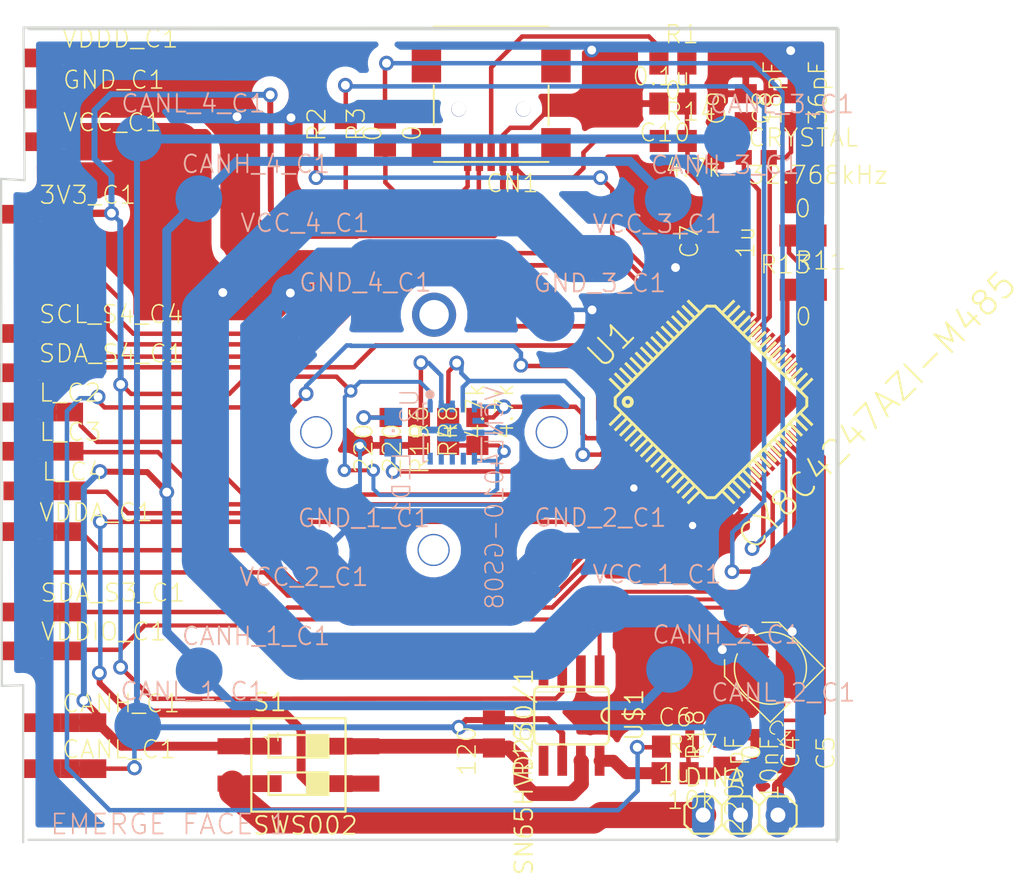
<source format=kicad_pcb>
(kicad_pcb (version 4) (host pcbnew 4.0.6)
  (layers (0 Top signal) (31 Bottom signal) (34 B.Paste user) (35 F.Paste user) (36 B.SilkS user) (37 F.SilkS user) (38 B.Mask user) (39 F.Mask user) (44 Edge.Cuts user))
  (net 0 "")
  (net 1 N$2)
  (net 2 N$3)
  (net 3 XRES)
  (net 4 SWDCLK)
  (net 5 SWDIO)
  (net 6 CAN_TX)
  (net 7 CAN_RX)
  (net 8 N$5)
  (net 9 CANL)
  (net 10 N$9)
  (net 11 MOTOR)
  (net 12 CANH)
  (net 13 CMOD)
  (net 14 CTANK)
  (net 15 SAR_BY)
  (net 16 N$14)
  (net 17 LED_S1)
  (net 18 3V3_C1)
  (net 19 GND_C1)
  (net 20 LED_S2)
  (net 21 LED_S3)
  (net 22 LED_S4)
  (net 23 VCCC)
  (net 24 N$1)
  (net 25 N$4)
  (net 26 P0_1)
  (net 27 P0_5)
  (net 28 P0_4)
  (net 29 VDDD)
  (net 30 VDDA)
  (net 31 VDDIO)
  (net 32 VCCD)
  (net 33 UART_TX)
  (net 34 UART_RX)
  (net 35 N$21)
  (net 36 SCL_S1)
  (net 37 SDA_S1)
  (net 38 SCL_S3)
  (net 39 SDA_S3)
  (net 40 SDA_S4)
  (net 41 SCL_S4)
  (net 42 SCL_S2)
  (net 43 SDA_S2)
  (net 44 DN_1)
  (module C0805 (layer Top) (at 260.0045 126.8577 270)
    (fp_text reference C4 (at -1.27 -1.27 270) (layer F.SilkS) (effects (font (size 1.2065 1.2065) (thickness 0.1016)) (justify right top)))
    (fp_text value 2200pF (at -1.27 2.54 270) (layer F.SilkS) (effects (font (size 1.2065 1.2065) (thickness 0.1016)) (justify right top)))
    (pad 1 smd rect (at -0.95 0 270) (size 1.3 1.5) (layers Top F.Paste F.Mask) (net 13 CMOD))
    (pad 2 smd rect (at 0.95 0 270) (size 1.3 1.5) (layers Top F.Paste F.Mask) (net 19 GND_C1))
  )
  (module C0805 (layer Top) (at 262.3921 126.9085 270)
    (fp_text reference C5 (at -1.27 -1.27 270) (layer F.SilkS) (effects (font (size 1.2065 1.2065) (thickness 0.1016)) (justify right top)))
    (fp_text value 10nF (at -1.27 2.54 270) (layer F.SilkS) (effects (font (size 1.2065 1.2065) (thickness 0.1016)) (justify right top)))
    (pad 1 smd rect (at -0.95 0 270) (size 1.3 1.5) (layers Top F.Paste F.Mask) (net 14 CTANK))
    (pad 2 smd rect (at 0.95 0 270) (size 1.3 1.5) (layers Top F.Paste F.Mask) (net 19 GND_C1))
  )
  (module C0805 (layer Top) (at 254.1625 126.4513)
    (fp_text reference C6 (at -1.27 -1.27) (layer F.SilkS) (effects (font (size 1.2065 1.2065) (thickness 0.1016)) (justify left bottom)))
    (fp_text value 1u (at -1.27 2.54) (layer F.SilkS) (effects (font (size 1.2065 1.2065) (thickness 0.1016)) (justify left bottom)))
    (pad 1 smd rect (at -0.95 0) (size 1.3 1.5) (layers Top F.Paste F.Mask) (net 15 SAR_BY))
    (pad 2 smd rect (at 0.95 0) (size 1.3 1.5) (layers Top F.Paste F.Mask) (net 19 GND_C1))
  )
  (module USB-MINIB (layer Top) (at 241.6403 82.1283 180)
    (fp_text reference CN1 (at -3.31 -5.35 180) (layer F.SilkS) (effects (font (size 1.2065 1.2065) (thickness 0.1016)) (justify right top)))
    (fp_text value "" (at -3.31 6.35 180) (layer F.SilkS) (effects (font (size 1.2065 1.2065) (thickness 0.1016)) (justify right top)))
    (pad GND2 smd rect (at -4.4 -3.5 180) (size 2 2.4) (layers Top F.Paste F.Mask))
    (pad VBUS smd rect (at -1.6 -4.064) (size 0.5 2.308) (layers Top F.Paste F.Mask) (net 18 3V3_C1))
    (pad D- smd rect (at -0.8 -4.064) (size 0.5 2.308) (layers Top F.Paste F.Mask) (net 19 GND_C1))
    (pad D+ smd rect (at 0 -4.064) (size 0.5 2.308) (layers Top F.Paste F.Mask) (net 24 N$1))
    (pad ID smd rect (at 0.8 -4.064) (size 0.5 2.308) (layers Top F.Paste F.Mask) (net 1 N$2))
    (pad GND smd rect (at 1.6 -4.064) (size 0.5 2.308) (layers Top F.Paste F.Mask) (net 2 N$3))
    (pad GND1 smd rect (at -4.4 2 180) (size 2 2.4) (layers Top F.Paste F.Mask))
    (pad GND3 smd rect (at 4.4 -3.5 180) (size 2 2.4) (layers Top F.Paste F.Mask))
    (pad GND4 smd rect (at 4.4 2 180) (size 2 2.4) (layers Top F.Paste F.Mask))
    (pad "" np_thru_hole circle (at -2.2 -1 180) (size 1 1) (drill 1) (layers *.Cu))
    (pad "" np_thru_hole circle (at 2.2 -1 180) (size 1 1) (drill 1) (layers *.Cu))
  )
  (module 1X03 (layer Top) (at 258.5821 131.0995)
    (fp_text reference DINA (at -3.8862 -1.8288) (layer F.SilkS) (effects (font (size 1.2065 1.2065) (thickness 0.127)) (justify left bottom)))
    (fp_text value "" (at -3.81 3.175) (layer F.SilkS) (effects (font (size 1.2065 1.2065) (thickness 0.1016)) (justify left bottom)))
    (pad 1 thru_hole oval (at -2.54 0 90) (size 3.048 1.524) (drill 1.016) (layers *.Cu *.Mask) (net 44 DN_1))
    (pad 2 thru_hole oval (at 0 0 90) (size 3.048 1.524) (drill 1.016) (layers *.Cu *.Mask) (net 23 VCCC))
    (pad 3 thru_hole oval (at 2.54 0 90) (size 3.048 1.524) (drill 1.016) (layers *.Cu *.Mask) (net 19 GND_C1))
  )
  (module CHIPLED_0805 (layer Bottom) (at 234.9855 105.0899 180)
    (fp_text reference LED1 (at -1.27 -1.27 450) (layer B.SilkS) (effects (font (size 1.2065 1.2065) (thickness 0.1016)) (justify left bottom mirror)))
    (fp_text value "" (at 2.54 -1.27 450) (layer B.SilkS) (effects (font (size 1.2065 1.2065) (thickness 0.1016)) (justify left bottom mirror)))
    (pad C smd rect (at 0 1.05 180) (size 1.2 1.2) (layers Bottom B.Paste B.Mask) (net 16 N$14))
    (pad A smd rect (at 0 -1.05 180) (size 1.2 1.2) (layers Bottom B.Paste B.Mask) (net 17 LED_S1))
  )
  (module R0805 (layer Top) (at 253.9847 80.0455)
    (fp_text reference R1 (at -0.635 -1.27) (layer F.SilkS) (effects (font (size 1.2065 1.2065) (thickness 0.1016)) (justify left bottom)))
    (fp_text value 0 (at -0.635 2.54) (layer F.SilkS) (effects (font (size 1.2065 1.2065) (thickness 0.1016)) (justify left bottom)))
    (pad 1 smd rect (at -0.95 0) (size 1.3 1.5) (layers Top F.Paste F.Mask) (net 24 N$1))
    (pad 2 smd rect (at 0.95 0) (size 1.3 1.5) (layers Top F.Paste F.Mask) (net 3 XRES))
  )
  (module R0805 (layer Top) (at 241.8271 125.5947 270)
    (fp_text reference R16 (at -0.635 -1.27 270) (layer F.SilkS) (effects (font (size 1.2065 1.2065) (thickness 0.1016)) (justify right top)))
    (fp_text value 120 (at -0.635 2.54 270) (layer F.SilkS) (effects (font (size 1.2065 1.2065) (thickness 0.1016)) (justify right top)))
    (pad 1 smd rect (at -0.95 0 270) (size 1.3 1.5) (layers Top F.Paste F.Mask) (net 9 CANL))
    (pad 2 smd rect (at 0.95 0 270) (size 1.3 1.5) (layers Top F.Paste F.Mask) (net 8 N$5))
  )
  (module R0805 (layer Top) (at 254.1371 128.2547)
    (fp_text reference R17 (at -0.635 -1.27) (layer F.SilkS) (effects (font (size 1.2065 1.2065) (thickness 0.1016)) (justify left bottom)))
    (fp_text value 10k (at -0.635 2.54) (layer F.SilkS) (effects (font (size 1.2065 1.2065) (thickness 0.1016)) (justify left bottom)))
    (pad 1 smd rect (at -0.95 0) (size 1.3 1.5) (layers Top F.Paste F.Mask) (net 10 N$9))
    (pad 2 smd rect (at 0.95 0) (size 1.3 1.5) (layers Top F.Paste F.Mask) (net 19 GND_C1))
  )
  (module R0805 (layer Top) (at 257.4899 126.8323 90)
    (fp_text reference R18 (at -0.635 -1.27 90) (layer F.SilkS) (effects (font (size 1.2065 1.2065) (thickness 0.1016)) (justify left bottom)))
    (fp_text value 0 (at -0.635 2.54 90) (layer F.SilkS) (effects (font (size 1.2065 1.2065) (thickness 0.1016)) (justify left bottom)))
    (pad 1 smd rect (at -0.95 0 90) (size 1.3 1.5) (layers Top F.Paste F.Mask) (net 19 GND_C1))
    (pad 2 smd rect (at 0.95 0 90) (size 1.3 1.5) (layers Top F.Paste F.Mask) (net 13 CMOD))
  )
  (module R0805 (layer Top) (at 234.8077 105.0391 270)
    (fp_text reference R19 (at -0.635 -1.27 270) (layer F.SilkS) (effects (font (size 1.2065 1.2065) (thickness 0.1016)) (justify right top)))
    (fp_text value 220 (at -0.635 2.54 270) (layer F.SilkS) (effects (font (size 1.2065 1.2065) (thickness 0.1016)) (justify right top)))
    (pad 1 smd rect (at -0.95 0 270) (size 1.3 1.5) (layers Top F.Paste F.Mask) (net 16 N$14))
    (pad 2 smd rect (at 0.95 0 270) (size 1.3 1.5) (layers Top F.Paste F.Mask) (net 19 GND_C1))
  )
  (module R0805 (layer Top) (at 231.7597 84.7953 90)
    (fp_text reference R2 (at -0.635 -1.27 90) (layer F.SilkS) (effects (font (size 1.2065 1.2065) (thickness 0.1016)) (justify left bottom)))
    (fp_text value 0 (at -0.635 2.54 90) (layer F.SilkS) (effects (font (size 1.2065 1.2065) (thickness 0.1016)) (justify left bottom)))
    (pad 1 smd rect (at -0.95 0 90) (size 1.3 1.5) (layers Top F.Paste F.Mask) (net 1 N$2))
    (pad 2 smd rect (at 0.95 0 90) (size 1.3 1.5) (layers Top F.Paste F.Mask) (net 4 SWDCLK))
  )
  (module R0805 (layer Top) (at 234.4267 84.7699 90)
    (fp_text reference R3 (at -0.635 -1.27 90) (layer F.SilkS) (effects (font (size 1.2065 1.2065) (thickness 0.1016)) (justify left bottom)))
    (fp_text value 0 (at -0.635 2.54 90) (layer F.SilkS) (effects (font (size 1.2065 1.2065) (thickness 0.1016)) (justify left bottom)))
    (pad 1 smd rect (at -0.95 0 90) (size 1.3 1.5) (layers Top F.Paste F.Mask) (net 2 N$3))
    (pad 2 smd rect (at 0.95 0 90) (size 1.3 1.5) (layers Top F.Paste F.Mask) (net 5 SWDIO))
  )
  (module SO8 (layer Top) (at 247.1013 124.3431 180)
    (fp_text reference U$1 (at -3.556 1.905 270) (layer F.SilkS) (effects (font (size 1.2065 1.2065) (thickness 0.127)) (justify right top)))
    (fp_text value SN65HVD230/1 (at 3.937 3.302 270) (layer F.SilkS) (effects (font (size 1.2065 1.2065) (thickness 0.127)) (justify right top)))
    (pad 1 smd rect (at -1.905 3.0734 180) (size 0.6604 2.032) (layers Top F.Paste F.Mask) (net 6 CAN_TX))
    (pad 8 smd rect (at -1.905 -3.0734 180) (size 0.6604 2.032) (layers Top F.Paste F.Mask) (net 10 N$9))
    (pad 2 smd rect (at -0.635 3.0734 180) (size 0.6604 2.032) (layers Top F.Paste F.Mask) (net 19 GND_C1))
    (pad 3 smd rect (at 0.635 3.0734 180) (size 0.6604 2.032) (layers Top F.Paste F.Mask) (net 18 3V3_C1))
    (pad 7 smd rect (at -0.635 -3.0734 180) (size 0.6604 2.032) (layers Top F.Paste F.Mask) (net 8 N$5))
    (pad 6 smd rect (at 0.635 -3.0734 180) (size 0.6604 2.032) (layers Top F.Paste F.Mask) (net 9 CANL))
    (pad 4 smd rect (at 1.905 3.0734 180) (size 0.6604 2.032) (layers Top F.Paste F.Mask) (net 7 CAN_RX))
    (pad 5 smd rect (at 1.905 -3.0734 180) (size 0.6604 2.032) (layers Top F.Paste F.Mask))
  )
  (module TQFP64-10X10 (layer Top) (at 256.5755 103.0325 45)
    (fp_text reference U1 (at -3.81 -6.604 45) (layer F.SilkS) (effects (font (size 1.6891 1.6891) (thickness 0.14224)) (justify left bottom)))
    (fp_text value CY8C4247AZI-M485 (at -5.334 9.3901 45) (layer F.SilkS) (effects (font (size 1.6891 1.6891) (thickness 0.14224)) (justify left bottom)))
    (pad 1 smd rect (at -5.7 -3.75 45) (size 1.2 0.3) (layers Top F.Paste F.Mask) (net 15 SAR_BY))
    (pad 2 smd rect (at -5.7 -3.25 45) (size 1.2 0.3) (layers Top F.Paste F.Mask) (net 36 SCL_S1))
    (pad 3 smd rect (at -5.7 -2.75 45) (size 1.2 0.3) (layers Top F.Paste F.Mask) (net 37 SDA_S1))
    (pad 4 smd rect (at -5.7 -2.25 45) (size 1.2 0.3) (layers Top F.Paste F.Mask) (net 17 LED_S1))
    (pad 5 smd rect (at -5.7 -1.75 45) (size 1.2 0.3) (layers Top F.Paste F.Mask) (net 20 LED_S2))
    (pad 6 smd rect (at -5.7 -1.25 45) (size 1.2 0.3) (layers Top F.Paste F.Mask) (net 21 LED_S3))
    (pad 7 smd rect (at -5.7 -0.75 45) (size 1.2 0.3) (layers Top F.Paste F.Mask) (net 22 LED_S4))
    (pad 8 smd rect (at -5.7 -0.25 45) (size 1.2 0.3) (layers Top F.Paste F.Mask) (net 11 MOTOR))
    (pad 9 smd rect (at -5.7 0.25 45) (size 1.2 0.3) (layers Top F.Paste F.Mask) (net 11 MOTOR))
    (pad 10 smd rect (at -5.7 0.75 45) (size 1.2 0.3) (layers Top F.Paste F.Mask) (net 19 GND_C1))
    (pad 11 smd rect (at -5.7 1.25 45) (size 1.2 0.3) (layers Top F.Paste F.Mask) (net 30 VDDA))
    (pad 12 smd rect (at -5.7 1.75 45) (size 1.2 0.3) (layers Top F.Paste F.Mask) (net 38 SCL_S3))
    (pad 13 smd rect (at -5.7 2.25 45) (size 1.2 0.3) (layers Top F.Paste F.Mask) (net 39 SDA_S3))
    (pad 14 smd rect (at -5.7 2.75 45) (size 1.2 0.3) (layers Top F.Paste F.Mask))
    (pad 15 smd rect (at -5.7 3.25 45) (size 1.2 0.3) (layers Top F.Paste F.Mask))
    (pad 16 smd rect (at -5.7 3.75 45) (size 1.2 0.3) (layers Top F.Paste F.Mask))
    (pad 17 smd rect (at -3.75 5.7 45) (size 0.3 1.2) (layers Top F.Paste F.Mask) (net 19 GND_C1))
    (pad 18 smd rect (at -3.25 5.7 45) (size 0.3 1.2) (layers Top F.Paste F.Mask))
    (pad 19 smd rect (at -2.75 5.7 45) (size 0.3 1.2) (layers Top F.Paste F.Mask))
    (pad 20 smd rect (at -2.25 5.7 45) (size 0.3 1.2) (layers Top F.Paste F.Mask) (net 5 SWDIO))
    (pad 21 smd rect (at -1.75 5.7 45) (size 0.3 1.2) (layers Top F.Paste F.Mask) (net 4 SWDCLK))
    (pad 22 smd rect (at -1.25 5.7 45) (size 0.3 1.2) (layers Top F.Paste F.Mask))
    (pad 23 smd rect (at -0.75 5.7 45) (size 0.3 1.2) (layers Top F.Paste F.Mask))
    (pad 24 smd rect (at -0.25 5.7 45) (size 0.3 1.2) (layers Top F.Paste F.Mask))
    (pad 25 smd rect (at 0.25 5.7 45) (size 0.3 1.2) (layers Top F.Paste F.Mask))
    (pad 26 smd rect (at 0.75 5.7 45) (size 0.3 1.2) (layers Top F.Paste F.Mask) (net 31 VDDIO))
    (pad 27 smd rect (at 1.25 5.7 45) (size 0.3 1.2) (layers Top F.Paste F.Mask) (net 7 CAN_RX))
    (pad 28 smd rect (at 1.75 5.7 45) (size 0.3 1.2) (layers Top F.Paste F.Mask) (net 6 CAN_TX))
    (pad 29 smd rect (at 2.25 5.7 45) (size 0.3 1.2) (layers Top F.Paste F.Mask) (net 13 CMOD))
    (pad 30 smd rect (at 2.75 5.7 45) (size 0.3 1.2) (layers Top F.Paste F.Mask) (net 14 CTANK))
    (pad 31 smd rect (at 3.25 5.7 45) (size 0.3 1.2) (layers Top F.Paste F.Mask))
    (pad 32 smd rect (at 3.75 5.7 45) (size 0.3 1.2) (layers Top F.Paste F.Mask))
    (pad 33 smd rect (at 5.7 3.75 45) (size 1.2 0.3) (layers Top F.Paste F.Mask))
    (pad 34 smd rect (at 5.7 3.25 45) (size 1.2 0.3) (layers Top F.Paste F.Mask))
    (pad 35 smd rect (at 5.7 2.75 45) (size 1.2 0.3) (layers Top F.Paste F.Mask))
    (pad 36 smd rect (at 5.7 2.25 45) (size 1.2 0.3) (layers Top F.Paste F.Mask))
    (pad 37 smd rect (at 5.7 1.75 45) (size 1.2 0.3) (layers Top F.Paste F.Mask) (net 34 UART_RX))
    (pad 38 smd rect (at 5.7 1.25 45) (size 1.2 0.3) (layers Top F.Paste F.Mask) (net 33 UART_TX))
    (pad 39 smd rect (at 5.7 0.75 45) (size 1.2 0.3) (layers Top F.Paste F.Mask))
    (pad 40 smd rect (at 5.7 0.25 45) (size 1.2 0.3) (layers Top F.Paste F.Mask) (net 26 P0_1))
    (pad 41 smd rect (at 5.7 -0.25 45) (size 1.2 0.3) (layers Top F.Paste F.Mask))
    (pad 42 smd rect (at 5.7 -0.75 45) (size 1.2 0.3) (layers Top F.Paste F.Mask))
    (pad 43 smd rect (at 5.7 -1.25 45) (size 1.2 0.3) (layers Top F.Paste F.Mask) (net 28 P0_4))
    (pad 44 smd rect (at 5.7 -1.75 45) (size 1.2 0.3) (layers Top F.Paste F.Mask) (net 27 P0_5))
    (pad 45 smd rect (at 5.7 -2.25 45) (size 1.2 0.3) (layers Top F.Paste F.Mask))
    (pad 46 smd rect (at 5.7 -2.75 45) (size 1.2 0.3) (layers Top F.Paste F.Mask))
    (pad 47 smd rect (at 5.7 -3.25 45) (size 1.2 0.3) (layers Top F.Paste F.Mask) (net 3 XRES))
    (pad 48 smd rect (at 5.7 -3.75 45) (size 1.2 0.3) (layers Top F.Paste F.Mask) (net 32 VCCD))
    (pad 49 smd rect (at 3.75 -5.7 45) (size 0.3 1.2) (layers Top F.Paste F.Mask) (net 19 GND_C1))
    (pad 50 smd rect (at 3.25 -5.7 45) (size 0.3 1.2) (layers Top F.Paste F.Mask) (net 29 VDDD))
    (pad 51 smd rect (at 2.75 -5.7 45) (size 0.3 1.2) (layers Top F.Paste F.Mask) (net 42 SCL_S2))
    (pad 52 smd rect (at 2.25 -5.7 45) (size 0.3 1.2) (layers Top F.Paste F.Mask) (net 43 SDA_S2))
    (pad 53 smd rect (at 1.75 -5.7 45) (size 0.3 1.2) (layers Top F.Paste F.Mask))
    (pad 54 smd rect (at 1.25 -5.7 45) (size 0.3 1.2) (layers Top F.Paste F.Mask))
    (pad 55 smd rect (at 0.75 -5.7 45) (size 0.3 1.2) (layers Top F.Paste F.Mask))
    (pad 56 smd rect (at 0.25 -5.7 45) (size 0.3 1.2) (layers Top F.Paste F.Mask) (net 30 VDDA))
    (pad 57 smd rect (at -0.25 -5.7 45) (size 0.3 1.2) (layers Top F.Paste F.Mask) (net 19 GND_C1))
    (pad 58 smd rect (at -0.75 -5.7 45) (size 0.3 1.2) (layers Top F.Paste F.Mask) (net 41 SCL_S4))
    (pad 59 smd rect (at -1.25 -5.7 45) (size 0.3 1.2) (layers Top F.Paste F.Mask) (net 40 SDA_S4))
    (pad 60 smd rect (at -1.75 -5.7 45) (size 0.3 1.2) (layers Top F.Paste F.Mask))
    (pad 61 smd rect (at -2.25 -5.7 45) (size 0.3 1.2) (layers Top F.Paste F.Mask))
    (pad 62 smd rect (at -2.75 -5.7 45) (size 0.3 1.2) (layers Top F.Paste F.Mask))
    (pad 63 smd rect (at -3.25 -5.7 45) (size 0.3 1.2) (layers Top F.Paste F.Mask))
    (pad 64 smd rect (at -3.75 -5.7 45) (size 0.3 1.2) (layers Top F.Paste F.Mask))
  )
  (module TP11R (layer Top) (at 211.4125 90.2817)
    (fp_text reference 3V3_C1 (at -0.5499 -0.5999) (layer F.SilkS) (effects (font (size 1.2065 1.2065) (thickness 0.1016)) (justify left bottom)))
    (fp_text value PTR1TP11R (at -0.508 0.508) (layer F.SilkS) (effects (font (size 0.02413 0.02413) (thickness 0.002032)) (justify left bottom)))
    (pad TP smd circle (at 0 0) (size 1.1 1.1) (layers Top F.Paste F.Mask) (net 18 3V3_C1))
    (pad P$1 smd rect (at 0.381 0 90) (size 1.27 0.635) (layers Top F.Paste F.Mask))
    (pad P$2 smd rect (at 1.016 0 90) (size 1.27 0.635) (layers Top F.Paste F.Mask))
    (pad P$3 smd rect (at -0.254 0 90) (size 1.27 0.635) (layers Top F.Paste F.Mask))
    (pad P$4 smd rect (at -0.889 0 90) (size 1.27 0.635) (layers Top F.Paste F.Mask))
    (pad P$5 smd rect (at -1.524 0 90) (size 1.27 0.635) (layers Top F.Paste F.Mask))
    (pad P$6 smd rect (at 1.6129 0 90) (size 1.27 0.635) (layers Top F.Paste F.Mask))
    (pad P$7 smd rect (at 2.2098 0 90) (size 1.27 0.635) (layers Top F.Paste F.Mask))
    (pad P$8 smd rect (at -2.1463 0 90) (size 1.27 0.635) (layers Top F.Paste F.Mask))
    (pad P$9 smd rect (at -2.7686 0 90) (size 1.27 0.635) (layers Top F.Paste F.Mask))
  )
  (module TP11R (layer Top) (at 213.0145 82.4585)
    (fp_text reference GND_C1 (at -0.5499 -0.5999) (layer F.SilkS) (effects (font (size 1.2065 1.2065) (thickness 0.1016)) (justify left bottom)))
    (fp_text value PTR1TP11R (at -0.508 0.508) (layer F.SilkS) (effects (font (size 0.02413 0.02413) (thickness 0.002032)) (justify left bottom)))
    (pad TP smd circle (at 0 0) (size 1.1 1.1) (layers Top F.Paste F.Mask) (net 19 GND_C1))
    (pad P$1 smd rect (at 0.381 0 90) (size 1.27 0.635) (layers Top F.Paste F.Mask))
    (pad P$2 smd rect (at 1.016 0 90) (size 1.27 0.635) (layers Top F.Paste F.Mask))
    (pad P$3 smd rect (at -0.254 0 90) (size 1.27 0.635) (layers Top F.Paste F.Mask))
    (pad P$4 smd rect (at -0.889 0 90) (size 1.27 0.635) (layers Top F.Paste F.Mask))
    (pad P$5 smd rect (at -1.524 0 90) (size 1.27 0.635) (layers Top F.Paste F.Mask))
    (pad P$6 smd rect (at 1.6129 0 90) (size 1.27 0.635) (layers Top F.Paste F.Mask))
    (pad P$7 smd rect (at 2.2098 0 90) (size 1.27 0.635) (layers Top F.Paste F.Mask))
    (pad P$8 smd rect (at -2.1463 0 90) (size 1.27 0.635) (layers Top F.Paste F.Mask))
    (pad P$9 smd rect (at -2.7686 0 90) (size 1.27 0.635) (layers Top F.Paste F.Mask))
  )
  (module TP11R (layer Top) (at 211.3861 103.7183)
    (fp_text reference L_C2 (at -0.5499 -0.5999) (layer F.SilkS) (effects (font (size 1.2065 1.2065) (thickness 0.1016)) (justify left bottom)))
    (fp_text value PTR1TP11R (at -0.508 0.508) (layer F.SilkS) (effects (font (size 0.02413 0.02413) (thickness 0.002032)) (justify left bottom)))
    (pad TP smd circle (at 0 0) (size 1.1 1.1) (layers Top F.Paste F.Mask) (net 20 LED_S2))
    (pad P$1 smd rect (at 0.381 0 90) (size 1.27 0.635) (layers Top F.Paste F.Mask))
    (pad P$2 smd rect (at 1.016 0 90) (size 1.27 0.635) (layers Top F.Paste F.Mask))
    (pad P$3 smd rect (at -0.254 0 90) (size 1.27 0.635) (layers Top F.Paste F.Mask))
    (pad P$4 smd rect (at -0.889 0 90) (size 1.27 0.635) (layers Top F.Paste F.Mask))
    (pad P$5 smd rect (at -1.524 0 90) (size 1.27 0.635) (layers Top F.Paste F.Mask))
    (pad P$6 smd rect (at 1.6129 0 90) (size 1.27 0.635) (layers Top F.Paste F.Mask))
    (pad P$7 smd rect (at 2.2098 0 90) (size 1.27 0.635) (layers Top F.Paste F.Mask))
    (pad P$8 smd rect (at -2.1463 0 90) (size 1.27 0.635) (layers Top F.Paste F.Mask))
    (pad P$9 smd rect (at -2.7686 0 90) (size 1.27 0.635) (layers Top F.Paste F.Mask))
  )
  (module TP11R (layer Top) (at 211.4115 106.3853)
    (fp_text reference L_C3 (at -0.5499 -0.5999) (layer F.SilkS) (effects (font (size 1.2065 1.2065) (thickness 0.1016)) (justify left bottom)))
    (fp_text value PTR1TP11R (at -0.508 0.508) (layer F.SilkS) (effects (font (size 0.02413 0.02413) (thickness 0.002032)) (justify left bottom)))
    (pad TP smd circle (at 0 0) (size 1.1 1.1) (layers Top F.Paste F.Mask) (net 21 LED_S3))
    (pad P$1 smd rect (at 0.381 0 90) (size 1.27 0.635) (layers Top F.Paste F.Mask))
    (pad P$2 smd rect (at 1.016 0 90) (size 1.27 0.635) (layers Top F.Paste F.Mask))
    (pad P$3 smd rect (at -0.254 0 90) (size 1.27 0.635) (layers Top F.Paste F.Mask))
    (pad P$4 smd rect (at -0.889 0 90) (size 1.27 0.635) (layers Top F.Paste F.Mask))
    (pad P$5 smd rect (at -1.524 0 90) (size 1.27 0.635) (layers Top F.Paste F.Mask))
    (pad P$6 smd rect (at 1.6129 0 90) (size 1.27 0.635) (layers Top F.Paste F.Mask))
    (pad P$7 smd rect (at 2.2098 0 90) (size 1.27 0.635) (layers Top F.Paste F.Mask))
    (pad P$8 smd rect (at -2.1463 0 90) (size 1.27 0.635) (layers Top F.Paste F.Mask))
    (pad P$9 smd rect (at -2.7686 0 90) (size 1.27 0.635) (layers Top F.Paste F.Mask))
  )
  (module TP11R (layer Top) (at 211.5875 109.0777)
    (fp_text reference L_C4 (at -0.5499 -0.5999) (layer F.SilkS) (effects (font (size 1.2065 1.2065) (thickness 0.1016)) (justify left bottom)))
    (fp_text value PTR1TP11R (at -0.508 0.508) (layer F.SilkS) (effects (font (size 0.02413 0.02413) (thickness 0.002032)) (justify left bottom)))
    (pad TP smd circle (at 0 0) (size 1.1 1.1) (layers Top F.Paste F.Mask) (net 22 LED_S4))
    (pad P$1 smd rect (at 0.381 0 90) (size 1.27 0.635) (layers Top F.Paste F.Mask))
    (pad P$2 smd rect (at 1.016 0 90) (size 1.27 0.635) (layers Top F.Paste F.Mask))
    (pad P$3 smd rect (at -0.254 0 90) (size 1.27 0.635) (layers Top F.Paste F.Mask))
    (pad P$4 smd rect (at -0.889 0 90) (size 1.27 0.635) (layers Top F.Paste F.Mask))
    (pad P$5 smd rect (at -1.524 0 90) (size 1.27 0.635) (layers Top F.Paste F.Mask))
    (pad P$6 smd rect (at 1.6129 0 90) (size 1.27 0.635) (layers Top F.Paste F.Mask))
    (pad P$7 smd rect (at 2.2098 0 90) (size 1.27 0.635) (layers Top F.Paste F.Mask))
    (pad P$8 smd rect (at -2.1463 0 90) (size 1.27 0.635) (layers Top F.Paste F.Mask))
    (pad P$9 smd rect (at -2.7686 0 90) (size 1.27 0.635) (layers Top F.Paste F.Mask))
  )
  (module TP11R (layer Top) (at 211.3889 98.3843)
    (fp_text reference SCL_S4_C4 (at -0.5499 -0.5999) (layer F.SilkS) (effects (font (size 1.2065 1.2065) (thickness 0.1016)) (justify left bottom)))
    (fp_text value PTR1TP11R (at -0.508 0.508) (layer F.SilkS) (effects (font (size 0.02413 0.02413) (thickness 0.002032)) (justify left bottom)))
    (pad TP smd circle (at 0 0) (size 1.1 1.1) (layers Top F.Paste F.Mask) (net 41 SCL_S4))
    (pad P$1 smd rect (at 0.381 0 90) (size 1.27 0.635) (layers Top F.Paste F.Mask))
    (pad P$2 smd rect (at 1.016 0 90) (size 1.27 0.635) (layers Top F.Paste F.Mask))
    (pad P$3 smd rect (at -0.254 0 90) (size 1.27 0.635) (layers Top F.Paste F.Mask))
    (pad P$4 smd rect (at -0.889 0 90) (size 1.27 0.635) (layers Top F.Paste F.Mask))
    (pad P$5 smd rect (at -1.524 0 90) (size 1.27 0.635) (layers Top F.Paste F.Mask))
    (pad P$6 smd rect (at 1.6129 0 90) (size 1.27 0.635) (layers Top F.Paste F.Mask))
    (pad P$7 smd rect (at 2.2098 0 90) (size 1.27 0.635) (layers Top F.Paste F.Mask))
    (pad P$8 smd rect (at -2.1463 0 90) (size 1.27 0.635) (layers Top F.Paste F.Mask))
    (pad P$9 smd rect (at -2.7686 0 90) (size 1.27 0.635) (layers Top F.Paste F.Mask))
  )
  (module B2,54 (layer Top) (at 225.7071 117.2859)
    (fp_text reference VCC_2_C1 (at -1.27 -1.651) (layer B.SilkS) (effects (font (size 1.2065 1.2065) (thickness 0.127)) (justify left bottom)))
    (fp_text value TPB2,54 (at -1.27 1.397) (layer F.SilkS) (effects (font (size 0.02413 0.02413) (thickness 0.002032)) (justify left bottom)))
    (pad TP smd circle (at 0 0 180) (size 2.54 2.54) (layers Bottom B.Paste B.Mask) (net 23 VCCC))
    (pad P$1 smd circle (at 0 0 90) (size 3.175 3.175) (layers Bottom B.Paste B.Mask))
  )
  (module B2,54 (layer Top) (at 249.7031 117.1109)
    (fp_text reference VCC_1_C1 (at -1.27 -1.651) (layer B.SilkS) (effects (font (size 1.2065 1.2065) (thickness 0.127)) (justify left bottom)))
    (fp_text value TPB2,54 (at -1.27 1.397) (layer F.SilkS) (effects (font (size 0.02413 0.02413) (thickness 0.002032)) (justify left bottom)))
    (pad TP smd circle (at 0 0 180) (size 2.54 2.54) (layers Bottom B.Paste B.Mask) (net 23 VCCC))
    (pad P$1 smd circle (at 0 0 90) (size 3.175 3.175) (layers Bottom B.Paste B.Mask))
  )
  (module B2,54 (layer Top) (at 249.7001 93.2949)
    (fp_text reference VCC_3_C1 (at -1.27 -1.651) (layer B.SilkS) (effects (font (size 1.2065 1.2065) (thickness 0.127)) (justify left bottom)))
    (fp_text value TPB2,54 (at -1.27 1.397) (layer F.SilkS) (effects (font (size 0.02413 0.02413) (thickness 0.002032)) (justify left bottom)))
    (pad TP smd circle (at 0 0 180) (size 2.54 2.54) (layers Bottom B.Paste B.Mask) (net 23 VCCC))
    (pad P$1 smd circle (at 0 0 90) (size 3.175 3.175) (layers Bottom B.Paste B.Mask))
  )
  (module B2,54 (layer Top) (at 225.7791 93.2379)
    (fp_text reference VCC_4_C1 (at -1.27 -1.651) (layer B.SilkS) (effects (font (size 1.2065 1.2065) (thickness 0.127)) (justify left bottom)))
    (fp_text value TPB2,54 (at -1.27 1.397) (layer F.SilkS) (effects (font (size 0.02413 0.02413) (thickness 0.002032)) (justify left bottom)))
    (pad TP smd circle (at 0 0 180) (size 2.54 2.54) (layers Bottom B.Paste B.Mask) (net 23 VCCC))
    (pad P$1 smd circle (at 0 0 90) (size 3.175 3.175) (layers Bottom B.Paste B.Mask))
  )
  (module TP11R (layer Top) (at 213.0145 85.3541)
    (fp_text reference VCC_C1 (at -0.5499 -0.5999) (layer F.SilkS) (effects (font (size 1.2065 1.2065) (thickness 0.1016)) (justify left bottom)))
    (fp_text value PTR1TP11R (at -0.508 0.508) (layer F.SilkS) (effects (font (size 0.02413 0.02413) (thickness 0.002032)) (justify left bottom)))
    (pad TP smd circle (at 0 0) (size 1.1 1.1) (layers Top F.Paste F.Mask) (net 23 VCCC))
    (pad P$1 smd rect (at 0.381 0 90) (size 1.27 0.635) (layers Top F.Paste F.Mask))
    (pad P$2 smd rect (at 1.016 0 90) (size 1.27 0.635) (layers Top F.Paste F.Mask))
    (pad P$3 smd rect (at -0.254 0 90) (size 1.27 0.635) (layers Top F.Paste F.Mask))
    (pad P$4 smd rect (at -0.889 0 90) (size 1.27 0.635) (layers Top F.Paste F.Mask))
    (pad P$5 smd rect (at -1.524 0 90) (size 1.27 0.635) (layers Top F.Paste F.Mask))
    (pad P$6 smd rect (at 1.6129 0 90) (size 1.27 0.635) (layers Top F.Paste F.Mask))
    (pad P$7 smd rect (at 2.2098 0 90) (size 1.27 0.635) (layers Top F.Paste F.Mask))
    (pad P$8 smd rect (at -2.1463 0 90) (size 1.27 0.635) (layers Top F.Paste F.Mask))
    (pad P$9 smd rect (at -2.7686 0 90) (size 1.27 0.635) (layers Top F.Paste F.Mask))
  )
  (module B2,54 (layer Top) (at 245.7301 113.2579)
    (fp_text reference GND_2_C1 (at -1.27 -1.651) (layer B.SilkS) (effects (font (size 1.2065 1.2065) (thickness 0.127)) (justify left bottom)))
    (fp_text value TPB2,54 (at -1.27 1.397) (layer F.SilkS) (effects (font (size 0.02413 0.02413) (thickness 0.002032)) (justify left bottom)))
    (pad TP smd circle (at 0 0 180) (size 2.54 2.54) (layers Bottom B.Paste B.Mask) (net 19 GND_C1))
    (pad P$1 smd circle (at 0 0 90) (size 3.175 3.175) (layers Bottom B.Paste B.Mask))
  )
  (module B2,54 (layer Top) (at 229.6701 113.2859)
    (fp_text reference GND_1_C1 (at -1.27 -1.651) (layer B.SilkS) (effects (font (size 1.2065 1.2065) (thickness 0.127)) (justify left bottom)))
    (fp_text value TPB2,54 (at -1.27 1.397) (layer F.SilkS) (effects (font (size 0.02413 0.02413) (thickness 0.002032)) (justify left bottom)))
    (pad TP smd circle (at 0 0 180) (size 2.54 2.54) (layers Bottom B.Paste B.Mask) (net 19 GND_C1))
    (pad P$1 smd circle (at 0 0 90) (size 3.175 3.175) (layers Bottom B.Paste B.Mask))
  )
  (module B2,54 (layer Top) (at 245.6971 97.3229)
    (fp_text reference GND_3_C1 (at -1.27 -1.651) (layer B.SilkS) (effects (font (size 1.2065 1.2065) (thickness 0.127)) (justify left bottom)))
    (fp_text value TPB2,54 (at -1.27 1.397) (layer F.SilkS) (effects (font (size 0.02413 0.02413) (thickness 0.002032)) (justify left bottom)))
    (pad TP smd circle (at 0 0 180) (size 2.54 2.54) (layers Bottom B.Paste B.Mask) (net 19 GND_C1))
    (pad P$1 smd circle (at 0 0 90) (size 3.175 3.175) (layers Bottom B.Paste B.Mask))
  )
  (module B2,54 (layer Top) (at 229.7711 97.2839)
    (fp_text reference GND_4_C1 (at -1.27 -1.651) (layer B.SilkS) (effects (font (size 1.2065 1.2065) (thickness 0.127)) (justify left bottom)))
    (fp_text value TPB2,54 (at -1.27 1.397) (layer F.SilkS) (effects (font (size 0.02413 0.02413) (thickness 0.002032)) (justify left bottom)))
    (pad TP smd circle (at 0 0 180) (size 2.54 2.54) (layers Bottom B.Paste B.Mask) (net 19 GND_C1))
    (pad P$1 smd circle (at 0 0 90) (size 3.175 3.175) (layers Bottom B.Paste B.Mask))
  )
  (module B2,54 (layer Top) (at 257.7551 125.1379)
    (fp_text reference CANL_2_C1 (at -1.27 -1.651) (layer B.SilkS) (effects (font (size 1.2065 1.2065) (thickness 0.127)) (justify left bottom)))
    (fp_text value TPB2,54 (at -1.27 1.397) (layer F.SilkS) (effects (font (size 0.02413 0.02413) (thickness 0.002032)) (justify left bottom)))
    (pad TP smd circle (at 0 0 180) (size 2.54 2.54) (layers Bottom B.Paste B.Mask) (net 9 CANL))
    (pad P$1 smd circle (at 0 0 90) (size 3.175 3.175) (layers Bottom B.Paste B.Mask))
  )
  (module B2,54 (layer Top) (at 217.6291 125.0479)
    (fp_text reference CANL_1_C1 (at -1.27 -1.651) (layer B.SilkS) (effects (font (size 1.2065 1.2065) (thickness 0.127)) (justify left bottom)))
    (fp_text value TPB2,54 (at -1.27 1.397) (layer F.SilkS) (effects (font (size 0.02413 0.02413) (thickness 0.002032)) (justify left bottom)))
    (pad TP smd circle (at 0 0 180) (size 2.54 2.54) (layers Bottom B.Paste B.Mask) (net 9 CANL))
    (pad P$1 smd circle (at 0 0 90) (size 3.175 3.175) (layers Bottom B.Paste B.Mask))
  )
  (module B2,54 (layer Top) (at 257.6691 85.1659)
    (fp_text reference CANL_3_C1 (at -1.27 -1.651) (layer B.SilkS) (effects (font (size 1.2065 1.2065) (thickness 0.127)) (justify left bottom)))
    (fp_text value TPB2,54 (at -1.27 1.397) (layer F.SilkS) (effects (font (size 0.02413 0.02413) (thickness 0.002032)) (justify left bottom)))
    (pad TP smd circle (at 0 0 180) (size 2.54 2.54) (layers Bottom B.Paste B.Mask) (net 9 CANL))
    (pad P$1 smd circle (at 0 0 90) (size 3.175 3.175) (layers Bottom B.Paste B.Mask))
  )
  (module B2,54 (layer Top) (at 217.6801 85.1149)
    (fp_text reference CANL_4_C1 (at -1.27 -1.651) (layer B.SilkS) (effects (font (size 1.2065 1.2065) (thickness 0.127)) (justify left bottom)))
    (fp_text value TPB2,54 (at -1.27 1.397) (layer F.SilkS) (effects (font (size 0.02413 0.02413) (thickness 0.002032)) (justify left bottom)))
    (pad TP smd circle (at 0 0 180) (size 2.54 2.54) (layers Bottom B.Paste B.Mask) (net 9 CANL))
    (pad P$1 smd circle (at 0 0 90) (size 3.175 3.175) (layers Bottom B.Paste B.Mask))
  )
  (module TP11R (layer Top) (at 212.9637 127.9499)
    (fp_text reference CANL_C1 (at -0.5499 -0.5999) (layer F.SilkS) (effects (font (size 1.2065 1.2065) (thickness 0.1016)) (justify left bottom)))
    (fp_text value PTR1TP11R (at -0.508 0.508) (layer F.SilkS) (effects (font (size 0.02413 0.02413) (thickness 0.002032)) (justify left bottom)))
    (pad TP smd circle (at 0 0) (size 1.1 1.1) (layers Top F.Paste F.Mask) (net 9 CANL))
    (pad P$1 smd rect (at 0.381 0 90) (size 1.27 0.635) (layers Top F.Paste F.Mask))
    (pad P$2 smd rect (at 1.016 0 90) (size 1.27 0.635) (layers Top F.Paste F.Mask))
    (pad P$3 smd rect (at -0.254 0 90) (size 1.27 0.635) (layers Top F.Paste F.Mask))
    (pad P$4 smd rect (at -0.889 0 90) (size 1.27 0.635) (layers Top F.Paste F.Mask))
    (pad P$5 smd rect (at -1.524 0 90) (size 1.27 0.635) (layers Top F.Paste F.Mask))
    (pad P$6 smd rect (at 1.6129 0 90) (size 1.27 0.635) (layers Top F.Paste F.Mask))
    (pad P$7 smd rect (at 2.2098 0 90) (size 1.27 0.635) (layers Top F.Paste F.Mask))
    (pad P$8 smd rect (at -2.1463 0 90) (size 1.27 0.635) (layers Top F.Paste F.Mask))
    (pad P$9 smd rect (at -2.7686 0 90) (size 1.27 0.635) (layers Top F.Paste F.Mask))
  )
  (module B2,54 (layer Top) (at 253.7611 121.2069)
    (fp_text reference CANH_2_C1 (at -1.27 -1.651) (layer B.SilkS) (effects (font (size 1.2065 1.2065) (thickness 0.127)) (justify left bottom)))
    (fp_text value TPB2,54 (at -1.27 1.397) (layer F.SilkS) (effects (font (size 0.02413 0.02413) (thickness 0.002032)) (justify left bottom)))
    (pad TP smd circle (at 0 0 180) (size 2.54 2.54) (layers Bottom B.Paste B.Mask) (net 12 CANH))
    (pad P$1 smd circle (at 0 0 90) (size 3.175 3.175) (layers Bottom B.Paste B.Mask))
  )
  (module B2,54 (layer Top) (at 221.7991 121.3029)
    (fp_text reference CANH_1_C1 (at -1.27 -1.651) (layer B.SilkS) (effects (font (size 1.2065 1.2065) (thickness 0.127)) (justify left bottom)))
    (fp_text value TPB2,54 (at -1.27 1.397) (layer F.SilkS) (effects (font (size 0.02413 0.02413) (thickness 0.002032)) (justify left bottom)))
    (pad TP smd circle (at 0 0 180) (size 2.54 2.54) (layers Bottom B.Paste B.Mask) (net 12 CANH))
    (pad P$1 smd circle (at 0 0 90) (size 3.175 3.175) (layers Bottom B.Paste B.Mask))
  )
  (module B2,54 (layer Top) (at 253.6671 89.2929)
    (fp_text reference CANH_3_C1 (at -1.27 -1.651) (layer B.SilkS) (effects (font (size 1.2065 1.2065) (thickness 0.127)) (justify left bottom)))
    (fp_text value TPB2,54 (at -1.27 1.397) (layer F.SilkS) (effects (font (size 0.02413 0.02413) (thickness 0.002032)) (justify left bottom)))
    (pad TP smd circle (at 0 0 180) (size 2.54 2.54) (layers Bottom B.Paste B.Mask) (net 12 CANH))
    (pad P$1 smd circle (at 0 0 90) (size 3.175 3.175) (layers Bottom B.Paste B.Mask))
  )
  (module B2,54 (layer Top) (at 221.7791 89.2319)
    (fp_text reference CANH_4_C1 (at -1.27 -1.651) (layer B.SilkS) (effects (font (size 1.2065 1.2065) (thickness 0.127)) (justify left bottom)))
    (fp_text value TPB2,54 (at -1.27 1.397) (layer F.SilkS) (effects (font (size 0.02413 0.02413) (thickness 0.002032)) (justify left bottom)))
    (pad TP smd circle (at 0 0 180) (size 2.54 2.54) (layers Bottom B.Paste B.Mask) (net 12 CANH))
    (pad P$1 smd circle (at 0 0 90) (size 3.175 3.175) (layers Bottom B.Paste B.Mask))
  )
  (module TP11R (layer Top) (at 212.9637 124.8257)
    (fp_text reference CANH_C1 (at -0.5499 -0.5999) (layer F.SilkS) (effects (font (size 1.2065 1.2065) (thickness 0.1016)) (justify left bottom)))
    (fp_text value PTR1TP11R (at -0.508 0.508) (layer F.SilkS) (effects (font (size 0.02413 0.02413) (thickness 0.002032)) (justify left bottom)))
    (pad TP smd circle (at 0 0) (size 1.1 1.1) (layers Top F.Paste F.Mask) (net 12 CANH))
    (pad P$1 smd rect (at 0.381 0 90) (size 1.27 0.635) (layers Top F.Paste F.Mask))
    (pad P$2 smd rect (at 1.016 0 90) (size 1.27 0.635) (layers Top F.Paste F.Mask))
    (pad P$3 smd rect (at -0.254 0 90) (size 1.27 0.635) (layers Top F.Paste F.Mask))
    (pad P$4 smd rect (at -0.889 0 90) (size 1.27 0.635) (layers Top F.Paste F.Mask))
    (pad P$5 smd rect (at -1.524 0 90) (size 1.27 0.635) (layers Top F.Paste F.Mask))
    (pad P$6 smd rect (at 1.6129 0 90) (size 1.27 0.635) (layers Top F.Paste F.Mask))
    (pad P$7 smd rect (at 2.2098 0 90) (size 1.27 0.635) (layers Top F.Paste F.Mask))
    (pad P$8 smd rect (at -2.1463 0 90) (size 1.27 0.635) (layers Top F.Paste F.Mask))
    (pad P$9 smd rect (at -2.7686 0 90) (size 1.27 0.635) (layers Top F.Paste F.Mask))
  )
  (module R0805 (layer Top) (at 262.8493 95.4125)
    (fp_text reference R11 (at -0.635 -1.27) (layer F.SilkS) (effects (font (size 1.2065 1.2065) (thickness 0.1016)) (justify left bottom)))
    (fp_text value 0 (at -0.635 2.54) (layer F.SilkS) (effects (font (size 1.2065 1.2065) (thickness 0.1016)) (justify left bottom)))
    (pad 1 smd rect (at -0.95 0) (size 1.3 1.5) (layers Top F.Paste F.Mask) (net 26 P0_1))
    (pad 2 smd rect (at 0.95 0) (size 1.3 1.5) (layers Top F.Paste F.Mask) (net 25 N$4))
  )
  (module R0805 (layer Top) (at 262.8239 91.7295 180)
    (fp_text reference R13 (at -0.635 -1.27 180) (layer F.SilkS) (effects (font (size 1.2065 1.2065) (thickness 0.1016)) (justify right top)))
    (fp_text value 0 (at -0.635 2.54 180) (layer F.SilkS) (effects (font (size 1.2065 1.2065) (thickness 0.1016)) (justify right top)))
    (pad 1 smd rect (at -0.95 0 180) (size 1.3 1.5) (layers Top F.Paste F.Mask) (net 19 GND_C1))
    (pad 2 smd rect (at 0.95 0 180) (size 1.3 1.5) (layers Top F.Paste F.Mask) (net 25 N$4))
  )
  (module C0603 (layer Top) (at 259.6489 86.4209)
    (fp_text reference CRYSTAL (at -0.635 -0.635) (layer F.SilkS) (effects (font (size 1.2065 1.2065) (thickness 0.1016)) (justify left bottom)))
    (fp_text value 32.768kHz (at -0.635 1.905) (layer F.SilkS) (effects (font (size 1.2065 1.2065) (thickness 0.1016)) (justify left bottom)))
    (pad 1 smd rect (at -0.85 0) (size 1.1 1) (layers Top F.Paste F.Mask) (net 27 P0_5))
    (pad 2 smd rect (at 0.85 0) (size 1.1 1) (layers Top F.Paste F.Mask) (net 28 P0_4))
  )
  (module C0805 (layer Top) (at 262.0111 83.0427 90)
    (fp_text reference C8 (at -1.27 -1.27 90) (layer F.SilkS) (effects (font (size 1.2065 1.2065) (thickness 0.1016)) (justify left bottom)))
    (fp_text value 36pF (at -1.27 2.54 90) (layer F.SilkS) (effects (font (size 1.2065 1.2065) (thickness 0.1016)) (justify left bottom)))
    (pad 1 smd rect (at -0.95 0 90) (size 1.3 1.5) (layers Top F.Paste F.Mask) (net 28 P0_4))
    (pad 2 smd rect (at 0.95 0 90) (size 1.3 1.5) (layers Top F.Paste F.Mask) (net 19 GND_C1))
  )
  (module C0805 (layer Top) (at 258.9377 83.0427 90)
    (fp_text reference C9 (at -1.27 -1.27 90) (layer F.SilkS) (effects (font (size 1.2065 1.2065) (thickness 0.1016)) (justify left bottom)))
    (fp_text value 18pF (at -1.27 2.54 90) (layer F.SilkS) (effects (font (size 1.2065 1.2065) (thickness 0.1016)) (justify left bottom)))
    (pad 1 smd rect (at -0.95 0 90) (size 1.3 1.5) (layers Top F.Paste F.Mask) (net 27 P0_5))
    (pad 2 smd rect (at 0.95 0 90) (size 1.3 1.5) (layers Top F.Paste F.Mask) (net 19 GND_C1))
  )
  (module TP11R (layer Top) (at 212.9637 79.6645)
    (fp_text reference VDDD_C1 (at -0.5499 -0.5999) (layer F.SilkS) (effects (font (size 1.2065 1.2065) (thickness 0.1016)) (justify left bottom)))
    (fp_text value PTR1TP11R (at -0.508 0.508) (layer F.SilkS) (effects (font (size 0.02413 0.02413) (thickness 0.002032)) (justify left bottom)))
    (pad TP smd circle (at 0 0) (size 1.1 1.1) (layers Top F.Paste F.Mask) (net 29 VDDD))
    (pad P$1 smd rect (at 0.381 0 90) (size 1.27 0.635) (layers Top F.Paste F.Mask))
    (pad P$2 smd rect (at 1.016 0 90) (size 1.27 0.635) (layers Top F.Paste F.Mask))
    (pad P$3 smd rect (at -0.254 0 90) (size 1.27 0.635) (layers Top F.Paste F.Mask))
    (pad P$4 smd rect (at -0.889 0 90) (size 1.27 0.635) (layers Top F.Paste F.Mask))
    (pad P$5 smd rect (at -1.524 0 90) (size 1.27 0.635) (layers Top F.Paste F.Mask))
    (pad P$6 smd rect (at 1.6129 0 90) (size 1.27 0.635) (layers Top F.Paste F.Mask))
    (pad P$7 smd rect (at 2.2098 0 90) (size 1.27 0.635) (layers Top F.Paste F.Mask))
    (pad P$8 smd rect (at -2.1463 0 90) (size 1.27 0.635) (layers Top F.Paste F.Mask))
    (pad P$9 smd rect (at -2.7686 0 90) (size 1.27 0.635) (layers Top F.Paste F.Mask))
  )
  (module TP11R (layer Top) (at 211.5103 119.9489)
    (fp_text reference VDDIO_C1 (at -0.5499 -0.5999) (layer F.SilkS) (effects (font (size 1.2065 1.2065) (thickness 0.1016)) (justify left bottom)))
    (fp_text value PTR1TP11R (at -0.508 0.508) (layer F.SilkS) (effects (font (size 0.02413 0.02413) (thickness 0.002032)) (justify left bottom)))
    (pad TP smd circle (at 0 0) (size 1.1 1.1) (layers Top F.Paste F.Mask) (net 31 VDDIO))
    (pad P$1 smd rect (at 0.381 0 90) (size 1.27 0.635) (layers Top F.Paste F.Mask))
    (pad P$2 smd rect (at 1.016 0 90) (size 1.27 0.635) (layers Top F.Paste F.Mask))
    (pad P$3 smd rect (at -0.254 0 90) (size 1.27 0.635) (layers Top F.Paste F.Mask))
    (pad P$4 smd rect (at -0.889 0 90) (size 1.27 0.635) (layers Top F.Paste F.Mask))
    (pad P$5 smd rect (at -1.524 0 90) (size 1.27 0.635) (layers Top F.Paste F.Mask))
    (pad P$6 smd rect (at 1.6129 0 90) (size 1.27 0.635) (layers Top F.Paste F.Mask))
    (pad P$7 smd rect (at 2.2098 0 90) (size 1.27 0.635) (layers Top F.Paste F.Mask))
    (pad P$8 smd rect (at -2.1463 0 90) (size 1.27 0.635) (layers Top F.Paste F.Mask))
    (pad P$9 smd rect (at -2.7686 0 90) (size 1.27 0.635) (layers Top F.Paste F.Mask))
  )
  (module TP11R (layer Top) (at 211.3979 111.8463)
    (fp_text reference VDDA_C1 (at -0.5499 -0.5999) (layer F.SilkS) (effects (font (size 1.2065 1.2065) (thickness 0.1016)) (justify left bottom)))
    (fp_text value PTR1TP11R (at -0.508 0.508) (layer F.SilkS) (effects (font (size 0.02413 0.02413) (thickness 0.002032)) (justify left bottom)))
    (pad TP smd circle (at 0 0) (size 1.1 1.1) (layers Top F.Paste F.Mask) (net 30 VDDA))
    (pad P$1 smd rect (at 0.381 0 90) (size 1.27 0.635) (layers Top F.Paste F.Mask))
    (pad P$2 smd rect (at 1.016 0 90) (size 1.27 0.635) (layers Top F.Paste F.Mask))
    (pad P$3 smd rect (at -0.254 0 90) (size 1.27 0.635) (layers Top F.Paste F.Mask))
    (pad P$4 smd rect (at -0.889 0 90) (size 1.27 0.635) (layers Top F.Paste F.Mask))
    (pad P$5 smd rect (at -1.524 0 90) (size 1.27 0.635) (layers Top F.Paste F.Mask))
    (pad P$6 smd rect (at 1.6129 0 90) (size 1.27 0.635) (layers Top F.Paste F.Mask))
    (pad P$7 smd rect (at 2.2098 0 90) (size 1.27 0.635) (layers Top F.Paste F.Mask))
    (pad P$8 smd rect (at -2.1463 0 90) (size 1.27 0.635) (layers Top F.Paste F.Mask))
    (pad P$9 smd rect (at -2.7686 0 90) (size 1.27 0.635) (layers Top F.Paste F.Mask))
  )
  (module C0805 (layer Top) (at 257.0835 92.1105 90)
    (fp_text reference C7 (at -1.27 -1.27 90) (layer F.SilkS) (effects (font (size 1.2065 1.2065) (thickness 0.1016)) (justify left bottom)))
    (fp_text value 1u (at -1.27 2.54 90) (layer F.SilkS) (effects (font (size 1.2065 1.2065) (thickness 0.1016)) (justify left bottom)))
    (pad 1 smd rect (at -0.95 0 90) (size 1.3 1.5) (layers Top F.Paste F.Mask) (net 32 VCCD))
    (pad 2 smd rect (at 0.95 0 90) (size 1.3 1.5) (layers Top F.Paste F.Mask) (net 19 GND_C1))
  )
  (module R0805 (layer Top) (at 254.0101 85.3033)
    (fp_text reference R14 (at -0.635 -1.27) (layer F.SilkS) (effects (font (size 1.2065 1.2065) (thickness 0.1016)) (justify left bottom)))
    (fp_text value 4.7k (at -0.635 2.54) (layer F.SilkS) (effects (font (size 1.2065 1.2065) (thickness 0.1016)) (justify left bottom)))
    (pad 1 smd rect (at -0.95 0) (size 1.3 1.5) (layers Top F.Paste F.Mask) (net 18 3V3_C1))
    (pad 2 smd rect (at 0.95 0) (size 1.3 1.5) (layers Top F.Paste F.Mask) (net 3 XRES))
  )
  (module C0805 (layer Top) (at 253.9847 82.7633 180)
    (fp_text reference C10 (at -1.27 -1.27 180) (layer F.SilkS) (effects (font (size 1.2065 1.2065) (thickness 0.1016)) (justify right top)))
    (fp_text value 0.1u (at -1.27 2.54 180) (layer F.SilkS) (effects (font (size 1.2065 1.2065) (thickness 0.1016)) (justify right top)))
    (pad 1 smd rect (at -0.95 0 180) (size 1.3 1.5) (layers Top F.Paste F.Mask) (net 3 XRES))
    (pad 2 smd rect (at 0.95 0 180) (size 1.3 1.5) (layers Top F.Paste F.Mask) (net 19 GND_C1))
  )
  (module SMS-002 (layer Top) (at 228.5459 127.6959 270)
    (fp_text reference S1 (at -3.556 3.175 360) (layer F.SilkS) (effects (font (size 1.2065 1.2065) (thickness 0.127)) (justify left bottom)))
    (fp_text value SWS002 (at 4.826 3.175 360) (layer F.SilkS) (effects (font (size 1.2065 1.2065) (thickness 0.127)) (justify left bottom)))
    (fp_text user 1 (at -1.397 1.27 270) (layer F.SilkS) (effects (font (size 0.9652 0.9652) (thickness 0.08128)) (justify left bottom)))
    (pad 3 smd rect (at 1.27 -4.4958 270) (size 1.0922 2.0066) (layers Top F.Paste F.Mask) (net 11 MOTOR))
    (pad 2 smd rect (at 1.27 4.4958 270) (size 1.0922 2.0066) (layers Top F.Paste F.Mask) (net 44 DN_1))
    (pad 1 smd rect (at -1.27 4.4958 270) (size 1.0922 2.0066) (layers Top F.Paste F.Mask) (net 12 CANH))
    (pad 4 smd rect (at -1.27 -4.4958 270) (size 1.0922 2.0066) (layers Top F.Paste F.Mask) (net 8 N$5))
    (pad P$1 smd rect (at -1.27 -2.413 270) (size 1.143 2.54) (layers Top F.Paste F.Mask))
    (pad P$2 smd rect (at 1.27 -2.413 270) (size 1.143 2.54) (layers Top F.Paste F.Mask))
    (pad P$3 smd rect (at -1.27 2.413 270) (size 1.143 2.54) (layers Top F.Paste F.Mask))
    (pad P$4 smd rect (at 1.27 2.413 270) (size 1.143 2.54) (layers Top F.Paste F.Mask))
  )
  (module XDCR_VCNL4010-GS08 (layer Bottom) (at 238.9987 105.1153 270)
    (fp_text reference U2 (at -3.06 2.2 270) (layer B.SilkS) (effects (font (size 1.2065 1.2065) (thickness 0.1016)) (justify left bottom mirror)))
    (fp_text value VCNL4010-GS08 (at -3.25 -3.58 270) (layer B.SilkS) (effects (font (size 1.2065 1.2065) (thickness 0.1016)) (justify left bottom mirror)))
    (pad 1 smd rect (at -1.7725 1.5 270) (size 0.805 0.35) (layers Bottom B.Paste B.Mask) (net 18 3V3_C1))
    (pad 2 smd rect (at -1.7725 0.75 270) (size 0.805 0.35) (layers Bottom B.Paste B.Mask) (net 35 N$21))
    (pad 3 smd rect (at -1.7725 0 270) (size 0.805 0.35) (layers Bottom B.Paste B.Mask) (net 35 N$21))
    (pad 4 smd rect (at -1.7725 -0.75 270) (size 0.805 0.35) (layers Bottom B.Paste B.Mask) (net 37 SDA_S1))
    (pad 5 smd rect (at -1.7725 -1.5 270) (size 0.805 0.35) (layers Bottom B.Paste B.Mask) (net 36 SCL_S1))
    (pad 6 smd rect (at -0.8 -1.7725 180) (size 0.805 0.4) (layers Bottom B.Paste B.Mask))
    (pad 7 smd rect (at 1.7725 -1.5 90) (size 0.805 0.35) (layers Bottom B.Paste B.Mask) (net 18 3V3_C1))
    (pad 8 smd rect (at 1.7725 -0.75 90) (size 0.805 0.35) (layers Bottom B.Paste B.Mask))
    (pad 9 smd rect (at 1.7725 0 90) (size 0.805 0.35) (layers Bottom B.Paste B.Mask))
    (pad 10 smd rect (at 1.7725 0.75 90) (size 0.805 0.35) (layers Bottom B.Paste B.Mask))
    (pad 11 smd rect (at 1.7725 1.5 90) (size 0.805 0.35) (layers Bottom B.Paste B.Mask))
    (pad 12 smd rect (at -0.175 1.7725) (size 0.805 0.4) (layers Bottom B.Paste B.Mask) (net 19 GND_C1))
    (pad 13 smd rect (at 0 -1.7725 180) (size 0.805 0.4) (layers Bottom B.Paste B.Mask) (net 19 GND_C1))
  )
  (module R0805 (layer Top) (at 236.7381 105.0391 270)
    (fp_text reference R4 (at -0.635 -1.27 270) (layer F.SilkS) (effects (font (size 1.2065 1.2065) (thickness 0.1016)) (justify right top)))
    (fp_text value 220 (at -0.635 2.54 270) (layer F.SilkS) (effects (font (size 1.2065 1.2065) (thickness 0.1016)) (justify right top)))
    (pad 1 smd rect (at -0.95 0 270) (size 1.3 1.5) (layers Top F.Paste F.Mask) (net 35 N$21))
    (pad 2 smd rect (at 0.95 0 270) (size 1.3 1.5) (layers Top F.Paste F.Mask) (net 19 GND_C1))
  )
  (module TP11R (layer Top) (at 211.4849 117.3073)
    (fp_text reference SDA_S3_C1 (at -0.5499 -0.5999) (layer F.SilkS) (effects (font (size 1.2065 1.2065) (thickness 0.1016)) (justify left bottom)))
    (fp_text value PTR1TP11R (at -0.508 0.508) (layer F.SilkS) (effects (font (size 0.02413 0.02413) (thickness 0.002032)) (justify left bottom)))
    (pad TP smd circle (at 0 0) (size 1.1 1.1) (layers Top F.Paste F.Mask) (net 39 SDA_S3))
    (pad P$1 smd rect (at 0.381 0 90) (size 1.27 0.635) (layers Top F.Paste F.Mask))
    (pad P$2 smd rect (at 1.016 0 90) (size 1.27 0.635) (layers Top F.Paste F.Mask))
    (pad P$3 smd rect (at -0.254 0 90) (size 1.27 0.635) (layers Top F.Paste F.Mask))
    (pad P$4 smd rect (at -0.889 0 90) (size 1.27 0.635) (layers Top F.Paste F.Mask))
    (pad P$5 smd rect (at -1.524 0 90) (size 1.27 0.635) (layers Top F.Paste F.Mask))
    (pad P$6 smd rect (at 1.6129 0 90) (size 1.27 0.635) (layers Top F.Paste F.Mask))
    (pad P$7 smd rect (at 2.2098 0 90) (size 1.27 0.635) (layers Top F.Paste F.Mask))
    (pad P$8 smd rect (at -2.1463 0 90) (size 1.27 0.635) (layers Top F.Paste F.Mask))
    (pad P$9 smd rect (at -2.7686 0 90) (size 1.27 0.635) (layers Top F.Paste F.Mask))
  )
  (module TP11R (layer Top) (at 211.3743 101.0513)
    (fp_text reference SDA_S4_C1 (at -0.5499 -0.5999) (layer F.SilkS) (effects (font (size 1.2065 1.2065) (thickness 0.1016)) (justify left bottom)))
    (fp_text value PTR1TP11R (at -0.508 0.508) (layer F.SilkS) (effects (font (size 0.02413 0.02413) (thickness 0.002032)) (justify left bottom)))
    (pad TP smd circle (at 0 0) (size 1.1 1.1) (layers Top F.Paste F.Mask) (net 40 SDA_S4))
    (pad P$1 smd rect (at 0.381 0 90) (size 1.27 0.635) (layers Top F.Paste F.Mask))
    (pad P$2 smd rect (at 1.016 0 90) (size 1.27 0.635) (layers Top F.Paste F.Mask))
    (pad P$3 smd rect (at -0.254 0 90) (size 1.27 0.635) (layers Top F.Paste F.Mask))
    (pad P$4 smd rect (at -0.889 0 90) (size 1.27 0.635) (layers Top F.Paste F.Mask))
    (pad P$5 smd rect (at -1.524 0 90) (size 1.27 0.635) (layers Top F.Paste F.Mask))
    (pad P$6 smd rect (at 1.6129 0 90) (size 1.27 0.635) (layers Top F.Paste F.Mask))
    (pad P$7 smd rect (at 2.2098 0 90) (size 1.27 0.635) (layers Top F.Paste F.Mask))
    (pad P$8 smd rect (at -2.1463 0 90) (size 1.27 0.635) (layers Top F.Paste F.Mask))
    (pad P$9 smd rect (at -2.7686 0 90) (size 1.27 0.635) (layers Top F.Paste F.Mask))
  )
  (module R0805 (layer Top) (at 238.7193 105.0391 90)
    (fp_text reference R6 (at -0.635 -1.27 90) (layer F.SilkS) (effects (font (size 1.2065 1.2065) (thickness 0.1016)) (justify left bottom)))
    (fp_text value 4.7k (at -0.635 2.54 90) (layer F.SilkS) (effects (font (size 1.2065 1.2065) (thickness 0.1016)) (justify left bottom)))
    (pad 1 smd rect (at -0.95 0 90) (size 1.3 1.5) (layers Top F.Paste F.Mask) (net 18 3V3_C1))
    (pad 2 smd rect (at 0.95 0 90) (size 1.3 1.5) (layers Top F.Paste F.Mask) (net 37 SDA_S1))
  )
  (module R0805 (layer Top) (at 240.7005 105.0391 90)
    (fp_text reference R8 (at -0.635 -1.27 90) (layer F.SilkS) (effects (font (size 1.2065 1.2065) (thickness 0.1016)) (justify left bottom)))
    (fp_text value 4.7k (at -0.635 2.54 90) (layer F.SilkS) (effects (font (size 1.2065 1.2065) (thickness 0.1016)) (justify left bottom)))
    (pad 1 smd rect (at -0.95 0 90) (size 1.3 1.5) (layers Top F.Paste F.Mask) (net 18 3V3_C1))
    (pad 2 smd rect (at 0.95 0 90) (size 1.3 1.5) (layers Top F.Paste F.Mask) (net 36 SCL_S1))
  )
  (module UD-5X5,8_NICHICON (layer Top) (at 260.6101 121.1189 135)
    (fp_text reference C1 (at -2.54 -3.175 135) (layer F.SilkS) (effects (font (size 0.9652 0.9652) (thickness 0.08128)) (justify left bottom)))
    (fp_text value "" (at -2.54 3.81 135) (layer F.SilkS) (effects (font (size 0.9652 0.9652) (thickness 0.08128)) (justify left bottom)))
    (pad - smd rect (at -1.7 0 135) (size 2.3 1) (layers Top F.Paste F.Mask) (net 19 GND_C1))
    (pad + smd rect (at 1.725 0 135) (size 2.3 1) (layers Top F.Paste F.Mask) (net 23 VCCC))
  )
  (gr_line (start 209.9417 87.9735) (end 208.3445 87.8751) (layer Edge.Cuts) (width 0.15))
  (gr_line (start 208.3445 87.8751) (end 208.3953 122.3247) (layer Edge.Cuts) (width 0.15))
  (gr_line (start 208.3953 122.3247) (end 209.8433 122.2793) (layer Edge.Cuts) (width 0.15))
  (gr_line (start 209.8433 122.2793) (end 209.8433 132.9473) (layer Edge.Cuts) (width 0.15))
  (gr_line (start 265.1353 132.9029) (end 265.1861 77.6579) (layer Edge.Cuts) (width 0.15))
  (gr_line (start 265.1861 77.6579) (end 209.8687 77.5945) (layer Edge.Cuts) (width 0.15))
  (gr_line (start 209.8687 77.5945) (end 209.9417 87.9735) (layer Edge.Cuts) (width 0.15))
  (gr_text "EMERGE FACE 1" (at 211.5991 132.5213) (layer B.SilkS) (effects (font (size 1.35128 1.35128) (thickness 0.113792)) (justify left bottom)))
  (gr_line (start 265.0981 132.6439) (end 265.0981 77.6439) (layer Edge.Cuts) (width 0.15))
  (gr_line (start 265.1321 77.6189) (end 210.1321 77.6189) (layer Edge.Cuts) (width 0.15))
  (gr_line (start 265.1321 132.6189) (end 265.1321 77.6189) (layer Edge.Cuts) (width 0.15))
  (gr_line (start 210.1961 132.7829) (end 265.1961 132.7829) (layer Edge.Cuts) (width 0.15))
  (gr_line (start 265.1961 132.7829) (end 265.1961 77.7829) (layer Edge.Cuts) (width 0.15))
  (gr_line (start 265.2401 77.7109) (end 210.2401 77.7109) (layer Edge.Cuts) (width 0.15))
  (gr_line (start 265.2401 132.7109) (end 265.2401 77.7109) (layer Edge.Cuts) (width 0.15))
  (via (at 243.8247 83.1443) (size 1.0064) (drill 0.6) (layers Top Bottom) (net 0))
  (via (at 239.4305 83.1443) (size 1.0064) (drill 0.6) (layers Top Bottom) (net 0))
  (via (at 245.7551 105.0899) (size 2.1844) (drill 2) (layers Top Bottom) (net 0))
  (via (at 229.7531 105.0899) (size 2.1844) (drill 2) (layers Top Bottom) (net 0))
  (via (at 237.7287 113.0909) (size 2.1844) (drill 2) (layers Top Bottom) (net 0))
  (via (at 237.7611 97.1089) (size 3) (drill 2) (layers Top Bottom) (net 0))
  (segment (start 231.7597 85.7453) (end 231.7597 88.7831) (width 0.3048) (layer Top) (net 1))
  (segment (start 231.7597 88.7831) (end 232.6233 89.6467) (width 0.3048) (layer Top) (net 1))
  (segment (start 232.6233 89.6467) (end 240.0147 89.6467) (width 0.3048) (layer Top) (net 1))
  (segment (start 240.0147 89.6467) (end 240.8021 88.8593) (width 0.3048) (layer Top) (net 1))
  (segment (start 240.8021 88.8593) (end 240.8021 86.2305) (width 0.3048) (layer Top) (net 1))
  (segment (start 240.8021 86.2305) (end 240.8403 86.1923) (width 0.3048) (layer Top) (net 1))
  (segment (start 240.0403 86.1923) (end 240.0403 88.4019) (width 0.3048) (layer Top) (net 2))
  (segment (start 240.0403 88.4019) (end 239.4813 88.9609) (width 0.3048) (layer Top) (net 2))
  (segment (start 239.4813 88.9609) (end 235.2903 88.9609) (width 0.3048) (layer Top) (net 2))
  (segment (start 235.2903 88.9609) (end 234.4521 88.1227) (width 0.3048) (layer Top) (net 2))
  (segment (start 234.4521 88.1227) (end 234.4521 85.7453) (width 0.3048) (layer Top) (net 2))
  (segment (start 234.4521 85.7453) (end 234.4267 85.7199) (width 0.3048) (layer Top) (net 2))
  (segment (start 254.9347 82.7633) (end 254.9601 85.3033) (width 0.3048) (layer Top) (net 3))
  (segment (start 258.3789 88.1481) (end 259.0139 88.7831) (width 0.3048) (layer Top) (net 3))
  (segment (start 259.0139 88.7831) (end 259.0139 95.997906) (width 0.3048) (layer Top) (net 3))
  (segment (start 259.0139 95.997906) (end 258.307909 96.703897) (width 0.3048) (layer Top) (net 3))
  (segment (start 254.9347 80.0455) (end 254.9855 83.2967) (width 0.3048) (layer Top) (net 3))
  (segment (start 254.9855 83.2967) (end 254.9347 82.7633) (width 0.3048) (layer Top) (net 3))
  (segment (start 258.3789 88.1481) (end 255.7627 88.1481) (width 0.3048) (layer Top) (net 3))
  (segment (start 255.7627 88.1481) (end 254.9753 87.3607) (width 0.3048) (layer Top) (net 3))
  (segment (start 254.9753 87.3607) (end 254.9753 85.3185) (width 0.3048) (layer Top) (net 3))
  (segment (start 254.9753 85.3185) (end 254.9601 85.3033) (width 0.3048) (layer Top) (net 3))
  (segment (start 231.7597 83.8453) (end 231.7597 81.9759) (width 0.3048) (layer Top) (net 4))
  (segment (start 231.7597 81.9759) (end 231.7343 81.5187) (width 0.3048) (layer Top) (net 4))
  (via (at 231.7343 81.5187) (size 1.0064) (drill 0.6) (layers Top Bottom) (net 4))
  (segment (start 260.7665 113.5089) (end 260.7665 109.698378) (width 0.3048) (layer Top) (net 4))
  (segment (start 260.7665 109.698378) (end 259.368569 108.300447) (width 0.3048) (layer Top) (net 4))
  (segment (start 258.7345 81.5949) (end 231.8105 81.5949) (width 0.3048) (layer Bottom) (net 4))
  (segment (start 231.8105 81.5949) (end 231.7343 81.5187) (width 0.3048) (layer Bottom) (net 4))
  (segment (start 258.7345 81.5949) (end 260.1823 83.0427) (width 0.3048) (layer Bottom) (net 4))
  (segment (start 260.1823 83.0427) (end 260.1823 109.7889) (width 0.3048) (layer Bottom) (net 4))
  (segment (start 260.1823 109.7889) (end 258.4043 111.5669) (width 0.3048) (layer Bottom) (net 4))
  (segment (start 258.4043 111.5669) (end 258.3535 111.5669) (width 0.3048) (layer Bottom) (net 4))
  (segment (start 258.3535 111.5669) (end 258.0233 111.8971) (width 0.3048) (layer Bottom) (net 4))
  (segment (start 258.0233 111.8971) (end 258.0233 114.5487) (width 0.3048) (layer Bottom) (net 4))
  (segment (start 258.0233 114.5487) (end 258.0081 114.5639) (width 0.3048) (layer Bottom) (net 4))
  (via (at 258.0081 114.5639) (size 1.0064) (drill 0.6) (layers Top Bottom) (net 4))
  (segment (start 258.0081 114.5639) (end 259.7115 114.5639) (width 0.3048) (layer Top) (net 4))
  (segment (start 259.7115 114.5639) (end 260.7665 113.5089) (width 0.3048) (layer Top) (net 4))
  (segment (start 260.7665 113.5089) (end 260.7665 113.5405) (width 0.3048) (layer Top) (net 4))
  (segment (start 260.7665 113.5405) (end 260.4911 113.8159) (width 0.3048) (layer Top) (net 4))
  (segment (start 234.4267 83.8199) (end 234.4267 80.1217) (width 0.3048) (layer Top) (net 5))
  (segment (start 234.4267 80.1217) (end 234.5283 80.0201) (width 0.3048) (layer Top) (net 5))
  (via (at 234.5283 80.0201) (size 1.0064) (drill 0.6) (layers Top Bottom) (net 5))
  (segment (start 234.5283 80.0201) (end 259.4457 80.0201) (width 0.3048) (layer Bottom) (net 5))
  (segment (start 259.4457 80.0201) (end 261.4269 82.0013) (width 0.3048) (layer Bottom) (net 5))
  (segment (start 261.4269 82.0013) (end 261.4523 111.0081) (width 0.3048) (layer Bottom) (net 5))
  (segment (start 261.4523 111.0081) (end 259.3695 112.9893) (width 0.3048) (layer Bottom) (net 5))
  (via (at 259.3695 112.9893) (size 1.0064) (drill 0.6) (layers Top Bottom) (net 5))
  (segment (start 260.1315 109.770484) (end 259.015016 108.654) (width 0.3048) (layer Top) (net 5))
  (segment (start 259.3695 112.9893) (end 259.6489 112.9893) (width 0.3048) (layer Top) (net 5))
  (segment (start 259.6489 112.9893) (end 260.1315 112.5067) (width 0.3048) (layer Top) (net 5))
  (segment (start 260.1315 112.5067) (end 260.1315 109.770484) (width 0.3048) (layer Top) (net 5))
  (segment (start 261.843444 105.825572) (end 261.843444 105.836644) (width 0.3048) (layer Top) (net 6))
  (segment (start 261.843444 105.836644) (end 262.5184 106.5116) (width 0.3048) (layer Top) (net 6))
  (segment (start 262.5184 106.5116) (end 262.9255 106.9187) (width 0.3048) (layer Top) (net 6))
  (segment (start 249.0063 121.2697) (end 249.0063 118.3617) (width 0.27) (layer Top) (net 6))
  (segment (start 249.0063 118.3617) (end 250.2141 117.1539) (width 0.27) (layer Top) (net 6))
  (segment (start 250.2141 117.1539) (end 250.2341 117.1539) (width 0.27) (layer Top) (net 6))
  (segment (start 250.2341 117.1539) (end 250.3771 117.0109) (width 0.27) (layer Top) (net 6))
  (segment (start 250.3771 117.0109) (end 261.2891 117.0109) (width 0.27) (layer Top) (net 6))
  (segment (start 261.2891 117.0109) (end 262.8981 115.4019) (width 0.27) (layer Top) (net 6))
  (segment (start 262.8981 115.4019) (end 262.8981 106.8913) (width 0.27) (layer Top) (net 6))
  (segment (start 262.8981 106.8913) (end 262.5184 106.5116) (width 0.27) (layer Top) (net 6))
  (segment (start 261.489891 106.179128) (end 261.489891 106.219691) (width 0.3048) (layer Top) (net 7))
  (segment (start 261.489891 106.219691) (end 261.540691 106.219691) (width 0.3048) (layer Top) (net 7))
  (segment (start 261.540691 106.219691) (end 262.1635 106.8425) (width 0.3048) (layer Top) (net 7))
  (segment (start 245.2725 121.1935) (end 245.1963 121.2697) (width 0.3048) (layer Top) (net 7))
  (segment (start 245.1963 121.2697) (end 245.1963 119.2587) (width 0.28) (layer Top) (net 7))
  (segment (start 245.1963 119.2587) (end 245.8321 118.6229) (width 0.28) (layer Top) (net 7))
  (segment (start 245.8321 118.6229) (end 246.5731 118.6229) (width 0.28) (layer Top) (net 7))
  (segment (start 246.5731 118.6229) (end 248.0701 117.1269) (width 0.28) (layer Top) (net 7))
  (segment (start 248.0701 117.1269) (end 247.9871 117.1569) (width 0.27) (layer Top) (net 7))
  (segment (start 247.9871 117.1569) (end 248.6731 116.4709) (width 0.27) (layer Top) (net 7))
  (segment (start 248.6731 116.4709) (end 260.9431 116.4399) (width 0.27) (layer Top) (net 7))
  (segment (start 260.9431 116.4399) (end 262.2261 115.1579) (width 0.27) (layer Top) (net 7))
  (segment (start 262.2261 115.1579) (end 262.2261 106.9051) (width 0.27) (layer Top) (net 7))
  (segment (start 262.2261 106.9051) (end 262.1635 106.8425) (width 0.27) (layer Top) (net 7))
  (segment (start 247.7871 127.3657) (end 247.7363 127.4165) (width 0.4064) (layer Top) (net 8))
  (segment (start 233.0417 126.4259) (end 241.7083 126.4259) (width 1) (layer Top) (net 8))
  (segment (start 241.7083 126.4259) (end 241.8271 126.5447) (width 1) (layer Top) (net 8))
  (segment (start 241.8271 126.5447) (end 242.8469 126.5447) (width 1) (layer Top) (net 8))
  (segment (start 242.8469 126.5447) (end 243.6591 127.3569) (width 1) (layer Top) (net 8))
  (segment (start 243.6591 127.3569) (end 243.6591 128.8359) (width 1) (layer Top) (net 8))
  (segment (start 243.6591 128.8359) (end 244.4691 129.6459) (width 1) (layer Top) (net 8))
  (segment (start 244.4691 129.6459) (end 247.1071 129.6459) (width 1) (layer Top) (net 8))
  (segment (start 247.1071 129.6459) (end 247.7761 128.9769) (width 1) (layer Top) (net 8))
  (segment (start 247.7761 128.9769) (end 247.7761 127.4563) (width 1) (layer Top) (net 8))
  (segment (start 247.7761 127.4563) (end 247.7363 127.4165) (width 1) (layer Top) (net 8))
  (segment (start 257.7551 125.1379) (end 239.4441 125.1379) (width 0.4064) (layer Bottom) (net 9))
  (segment (start 239.4441 125.1379) (end 218.2441 125.1379) (width 0.4064) (layer Bottom) (net 9))
  (segment (start 218.2441 125.1379) (end 217.5761 124.4699) (width 0.4064) (layer Bottom) (net 9))
  (segment (start 217.5761 124.4699) (end 217.5761 124.9949) (width 0.4064) (layer Bottom) (net 9))
  (segment (start 217.5761 124.9949) (end 217.6291 125.0479) (width 0.4064) (layer Bottom) (net 9))
  (segment (start 217.5761 124.4699) (end 217.5761 85.2189) (width 0.4064) (layer Bottom) (net 9))
  (segment (start 217.5761 85.2189) (end 217.6801 85.1149) (width 0.4064) (layer Bottom) (net 9))
  (segment (start 241.8271 124.6447) (end 239.9373 124.6447) (width 0.4064) (layer Top) (net 9))
  (segment (start 239.9373 124.6447) (end 239.4441 125.1379) (width 0.4064) (layer Top) (net 9))
  (via (at 239.4441 125.1379) (size 1.0064) (drill 0.6) (layers Top Bottom) (net 9))
  (segment (start 246.4663 127.4165) (end 246.4663 125.5341) (width 0.4064) (layer Top) (net 9))
  (segment (start 246.4663 125.5341) (end 245.5181 124.5859) (width 0.4064) (layer Top) (net 9))
  (segment (start 245.5181 124.5859) (end 241.8859 124.5859) (width 0.4064) (layer Top) (net 9))
  (segment (start 241.8859 124.5859) (end 241.8271 124.6447) (width 0.4064) (layer Top) (net 9))
  (segment (start 217.4561 125.9259) (end 217.8886 125.4934) (width 0.4064) (layer Bottom) (net 9))
  (segment (start 217.8886 125.4934) (end 218.2441 125.1379) (width 0.4064) (layer Bottom) (net 9))
  (segment (start 212.9637 127.9499) (end 217.3491 127.9499) (width 0.3048) (layer Top) (net 9))
  (segment (start 217.3491 127.9499) (end 217.4031 127.8959) (width 0.3048) (layer Top) (net 9))
  (via (at 217.4031 127.8959) (size 1.0064) (drill 0.6) (layers Top Bottom) (net 9))
  (segment (start 217.4031 127.8959) (end 217.4031 125.9789) (width 0.3048) (layer Bottom) (net 9))
  (segment (start 217.4031 125.9789) (end 217.8886 125.4934) (width 0.3048) (layer Bottom) (net 9))
  (segment (start 257.6691 85.1659) (end 217.7311 85.1659) (width 0.6096) (layer Bottom) (net 9))
  (segment (start 217.7311 85.1659) (end 217.6801 85.1149) (width 0.6096) (layer Bottom) (net 9))
  (segment (start 253.1871 128.2547) (end 250.8097 128.2547) (width 0.8128) (layer Top) (net 10))
  (segment (start 250.8097 128.2547) (end 249.9461 127.4165) (width 0.8128) (layer Top) (net 10))
  (segment (start 249.9461 127.4165) (end 249.0063 127.4165) (width 0.8128) (layer Top) (net 10))
  (segment (start 252.721766 107.239787) (end 252.368213 106.886234) (width 0.3048) (layer Top) (net 11))
  (segment (start 233.0417 128.9659) (end 231.0721 128.9659) (width 0.4064) (layer Top) (net 11))
  (segment (start 217.0991 124.2059) (end 216.8091 123.9159) (width 0.4064) (layer Top) (net 11))
  (segment (start 216.8091 123.9159) (end 215.0451 122.1519) (width 0.4064) (layer Top) (net 11))
  (segment (start 215.0451 122.1519) (end 215.0181 121.4529) (width 0.4064) (layer Top) (net 11))
  (via (at 215.0181 121.4529) (size 1.0064) (drill 0.6) (layers Top Bottom) (net 11))
  (segment (start 248.0031 111.1789) (end 215.1001 111.1789) (width 0.3048) (layer Top) (net 11))
  (segment (start 215.1001 111.1789) (end 215.0841 111.1629) (width 0.3048) (layer Top) (net 11))
  (via (at 215.0841 111.1629) (size 1.0064) (drill 0.6) (layers Top Bottom) (net 11))
  (segment (start 215.0841 111.1629) (end 215.0841 121.0429) (width 0.3048) (layer Bottom) (net 11))
  (segment (start 215.0841 121.0429) (end 215.0181 121.4529) (width 0.3048) (layer Bottom) (net 11))
  (segment (start 231.0721 128.9659) (end 229.2851 128.9659) (width 0.6096) (layer Top) (net 11))
  (segment (start 229.2851 128.9659) (end 228.7261 128.4069) (width 0.6096) (layer Top) (net 11))
  (segment (start 228.7261 128.4069) (end 228.7261 125.3049) (width 0.6096) (layer Top) (net 11))
  (segment (start 228.7261 125.3049) (end 227.5861 124.1649) (width 0.6096) (layer Top) (net 11))
  (segment (start 227.5861 124.1649) (end 217.0581 124.1649) (width 0.6096) (layer Top) (net 11))
  (segment (start 217.0581 124.1649) (end 216.8091 123.9159) (width 0.6096) (layer Top) (net 11))
  (segment (start 248.0031 111.1789) (end 251.4961 107.6859) (width 0.3048) (layer Top) (net 11))
  (segment (start 251.4961 107.6859) (end 252.275653 107.6859) (width 0.3048) (layer Top) (net 11))
  (segment (start 252.275653 107.6859) (end 252.721766 107.239787) (width 0.3048) (layer Top) (net 11))
  (segment (start 224.0501 126.4259) (end 216.3161 126.4259) (width 0.4064) (layer Top) (net 12))
  (segment (start 216.3161 126.4259) (end 214.7071 124.8169) (width 0.4064) (layer Top) (net 12))
  (segment (start 214.7071 124.8169) (end 212.9725 124.8169) (width 0.4064) (layer Top) (net 12))
  (segment (start 212.9725 124.8169) (end 212.9637 124.8257) (width 0.4064) (layer Top) (net 12))
  (segment (start 253.7611 121.2069) (end 253.7611 121.8019) (width 0.6096) (layer Bottom) (net 12))
  (segment (start 253.7611 121.8019) (end 251.8911 123.6719) (width 0.6096) (layer Bottom) (net 12))
  (segment (start 251.8911 123.6719) (end 224.1681 123.6719) (width 0.6096) (layer Bottom) (net 12))
  (segment (start 224.1681 123.6719) (end 221.7991 121.3029) (width 0.6096) (layer Bottom) (net 12))
  (segment (start 221.7991 121.3029) (end 221.7991 120.8759) (width 0.6096) (layer Bottom) (net 12))
  (segment (start 221.7991 120.8759) (end 219.5991 118.6759) (width 0.6096) (layer Bottom) (net 12))
  (segment (start 219.5991 118.6759) (end 219.5991 109.1629) (width 0.6096) (layer Bottom) (net 12))
  (segment (start 219.5991 109.1629) (end 219.5991 91.4119) (width 0.6096) (layer Bottom) (net 12))
  (segment (start 219.5991 91.4119) (end 221.7791 89.2319) (width 0.6096) (layer Bottom) (net 12))
  (segment (start 221.7791 89.2319) (end 221.8091 89.2319) (width 0.6096) (layer Bottom) (net 12))
  (segment (start 221.8091 89.2319) (end 224.3511 86.6899) (width 0.6096) (layer Bottom) (net 12))
  (segment (start 224.3511 86.6899) (end 251.0641 86.6899) (width 0.6096) (layer Bottom) (net 12))
  (segment (start 251.0641 86.6899) (end 253.6671 89.2929) (width 0.6096) (layer Bottom) (net 12))
  (segment (start 224.0501 126.4259) (end 216.5231 126.4259) (width 0.6096) (layer Top) (net 12))
  (segment (start 216.5231 126.4259) (end 214.8961 124.7989) (width 0.6096) (layer Top) (net 12))
  (segment (start 214.8961 124.7989) (end 214.8961 124.2489) (width 0.4064) (layer Top) (net 12))
  (segment (start 214.8961 124.2489) (end 213.9671 123.3199) (width 0.4064) (layer Top) (net 12))
  (via (at 213.9671 123.3199) (size 1.0064) (drill 0.6) (layers Top Bottom) (net 12))
  (segment (start 213.9671 123.3199) (end 213.9671 108.8589) (width 0.4064) (layer Bottom) (net 12))
  (segment (start 213.9671 108.8589) (end 215.0601 107.7659) (width 0.4064) (layer Bottom) (net 12))
  (via (at 215.0601 107.7659) (size 1.0064) (drill 0.6) (layers Top Bottom) (net 12))
  (segment (start 215.0601 107.7659) (end 218.2801 107.8039) (width 0.4064) (layer Top) (net 12))
  (segment (start 218.2801 107.8039) (end 219.5991 109.1629) (width 0.4064) (layer Top) (net 12))
  (via (at 219.5991 109.1629) (size 1.0064) (drill 0.6) (layers Top Bottom) (net 12))
  (segment (start 259.6235 125.8823) (end 260.0045 125.9077) (width 0.8128) (layer Top) (net 13))
  (segment (start 262.196997 105.472019) (end 262.196997 105.478997) (width 0.3048) (layer Top) (net 13))
  (segment (start 262.196997 105.478997) (end 263.5605 106.8425) (width 0.3048) (layer Top) (net 13))
  (segment (start 263.5605 106.8425) (end 263.5951 121.4129) (width 0.3048) (layer Top) (net 13))
  (segment (start 259.6235 125.8823) (end 257.4899 125.8823) (width 0.3048) (layer Top) (net 13))
  (segment (start 260.0045 125.9077) (end 260.0045 125.2145) (width 0.25) (layer Top) (net 13))
  (segment (start 260.0045 125.2145) (end 260.5511 124.6679) (width 0.25) (layer Top) (net 13))
  (segment (start 260.5511 124.6679) (end 262.7041 124.6679) (width 0.25) (layer Top) (net 13))
  (segment (start 262.7041 124.6679) (end 263.6091 123.7629) (width 0.25) (layer Top) (net 13))
  (segment (start 263.6091 123.7629) (end 263.6091 121.4269) (width 0.25) (layer Top) (net 13))
  (segment (start 263.6091 121.4269) (end 263.5951 121.4129) (width 0.25) (layer Top) (net 13))
  (segment (start 262.55055 105.118466) (end 262.55055 105.12135) (width 0.3048) (layer Top) (net 14))
  (segment (start 262.55055 105.12135) (end 264.2209 106.7917) (width 0.3048) (layer Top) (net 14))
  (segment (start 264.2209 106.7917) (end 264.2209 124.1551) (width 0.3048) (layer Top) (net 14))
  (segment (start 264.2209 124.1551) (end 262.3921 125.9585) (width 0.3048) (layer Top) (net 14))
  (segment (start 249.893341 104.411359) (end 249.114559 104.411359) (width 0.3048) (layer Top) (net 15))
  (segment (start 249.114559 104.411359) (end 248.9101 104.2069) (width 0.3048) (layer Top) (net 15))
  (segment (start 248.9101 104.2069) (end 248.9101 102.2869) (width 0.3048) (layer Top) (net 15))
  (segment (start 248.9101 102.2869) (end 247.2151 100.5919) (width 0.3048) (layer Top) (net 15))
  (segment (start 247.2151 100.5919) (end 243.7151 100.5919) (width 0.3048) (layer Top) (net 15))
  (segment (start 243.7151 100.5919) (end 243.6601 100.5369) (width 0.3048) (layer Top) (net 15))
  (via (at 243.6601 100.5369) (size 1.0064) (drill 0.6) (layers Top Bottom) (net 15))
  (segment (start 243.6601 100.5369) (end 243.6601 99.7099) (width 0.3048) (layer Bottom) (net 15))
  (segment (start 243.6601 99.7099) (end 243.1771 99.2269) (width 0.3048) (layer Bottom) (net 15))
  (segment (start 243.1771 99.2269) (end 232.1351 99.2269) (width 0.3048) (layer Bottom) (net 15))
  (segment (start 232.1351 99.2269) (end 232.1041 99.1959) (width 0.3048) (layer Bottom) (net 15))
  (segment (start 232.1041 99.1959) (end 231.8231 99.1959) (width 0.3048) (layer Bottom) (net 15))
  (segment (start 231.8231 99.1959) (end 229.0671 101.9519) (width 0.3048) (layer Bottom) (net 15))
  (via (at 229.0671 102.4709) (size 1.0064) (drill 0.6) (layers Top Bottom) (net 15))
  (via (at 214.9351 102.6889) (size 1.0064) (drill 0.6) (layers Top Bottom) (net 15))
  (segment (start 251.4621 126.5829) (end 251.5651 126.4969) (width 0.3048) (layer Bottom) (net 15))
  (via (at 251.5651 126.4969) (size 1.0064) (drill 0.6) (layers Top Bottom) (net 15))
  (segment (start 251.5651 126.4969) (end 253.1669 126.4969) (width 0.3048) (layer Top) (net 15))
  (segment (start 253.1669 126.4969) (end 253.2125 126.4513) (width 0.3048) (layer Top) (net 15))
  (segment (start 212.8181 103.6619) (end 212.8181 127.8709) (width 0.3048) (layer Bottom) (net 15))
  (segment (start 212.8181 127.8709) (end 215.7161 130.7689) (width 0.3048) (layer Bottom) (net 15))
  (segment (start 215.7161 130.7689) (end 250.2751 130.7689) (width 0.3048) (layer Bottom) (net 15))
  (segment (start 250.2751 130.7689) (end 251.5901 129.4539) (width 0.3048) (layer Bottom) (net 15))
  (segment (start 251.5901 129.4539) (end 251.5901 126.5219) (width 0.3048) (layer Bottom) (net 15))
  (segment (start 251.5901 126.5219) (end 251.5651 126.4969) (width 0.3048) (layer Bottom) (net 15))
  (segment (start 228.1321 103.4059) (end 229.0671 102.4709) (width 0.3048) (layer Top) (net 15))
  (segment (start 229.0671 102.4709) (end 229.0671 101.9519) (width 0.3048) (layer Bottom) (net 15))
  (segment (start 214.9351 102.6889) (end 214.9351 102.9729) (width 0.3048) (layer Top) (net 15))
  (segment (start 214.9351 102.9729) (end 215.3681 103.4059) (width 0.3048) (layer Top) (net 15))
  (segment (start 215.3681 103.4059) (end 228.1321 103.4059) (width 0.3048) (layer Top) (net 15))
  (segment (start 212.8181 103.6619) (end 213.6981 102.7819) (width 0.3048) (layer Bottom) (net 15))
  (segment (start 213.6981 102.7819) (end 214.8421 102.7819) (width 0.3048) (layer Bottom) (net 15))
  (segment (start 214.8421 102.7819) (end 214.9351 102.6889) (width 0.3048) (layer Bottom) (net 15))
  (segment (start 234.8077 104.0891) (end 233.1161 104.0891) (width 0.3048) (layer Top) (net 16))
  (segment (start 233.1161 104.0891) (end 232.9789 104.0993) (width 0.3048) (layer Top) (net 16))
  (via (at 232.9789 104.0993) (size 1.0064) (drill 0.6) (layers Top Bottom) (net 16))
  (segment (start 232.9789 104.0993) (end 234.9261 104.0993) (width 0.3048) (layer Bottom) (net 16))
  (segment (start 234.9261 104.0993) (end 234.9855 104.0399) (width 0.3048) (layer Bottom) (net 16))
  (segment (start 234.9855 106.1399) (end 234.9855 107.7569) (width 0.3048) (layer Bottom) (net 17))
  (via (at 234.9855 107.7569) (size 1.0064) (drill 0.6) (layers Top Bottom) (net 17))
  (segment (start 234.9855 107.7569) (end 248.669119 107.7569) (width 0.3048) (layer Top) (net 17))
  (segment (start 248.669119 107.7569) (end 250.954 105.472019) (width 0.3048) (layer Top) (net 17))
  (segment (start 253.0703 85.3135) (end 253.0601 85.3033) (width 0.3048) (layer Top) (net 18))
  (segment (start 238.7193 105.9891) (end 240.7005 105.9891) (width 0.3048) (layer Top) (net 18))
  (segment (start 215.8431 90.2109) (end 214.097231 90.224969) (width 0.5) (layer Top) (net 18))
  (segment (start 214.097231 90.224969) (end 211.2473 90.2709) (width 0.5) (layer Top) (net 18))
  (segment (start 211.2473 90.2709) (end 211.4125 90.2817) (width 0.5) (layer Top) (net 18))
  (segment (start 240.7005 105.9891) (end 242.1203 105.9891) (width 0.27) (layer Top) (net 18))
  (segment (start 242.1203 105.9891) (end 242.5191 106.3879) (width 0.27) (layer Top) (net 18))
  (via (at 242.5191 106.3879) (size 0.9064) (drill 0.5) (layers Top Bottom) (net 18))
  (segment (start 242.5191 106.3879) (end 242.5191 106.5639) (width 0.27) (layer Bottom) (net 18))
  (segment (start 242.5191 106.5639) (end 242.0541 107.0289) (width 0.27) (layer Bottom) (net 18))
  (segment (start 242.0541 107.0289) (end 242.0501 107.0329) (width 0.27) (layer Bottom) (net 18))
  (segment (start 242.0501 107.0329) (end 240.6438 107.0329) (width 0.27) (layer Bottom) (net 18))
  (segment (start 240.6438 107.0329) (end 240.4987 106.8878) (width 0.27) (layer Bottom) (net 18))
  (segment (start 237.4987 103.3428) (end 237.4987 102.3665) (width 0.27) (layer Bottom) (net 18))
  (segment (start 237.4987 102.3665) (end 236.8011 101.6689) (width 0.27) (layer Bottom) (net 18))
  (segment (start 232.7251 101.6689) (end 232.7211 101.6689) (width 0.27) (layer Bottom) (net 18))
  (segment (start 232.7211 101.6689) (end 231.6951 102.6949) (width 0.27) (layer Bottom) (net 18))
  (segment (start 231.6951 102.6949) (end 231.6951 107.3889) (width 0.27) (layer Bottom) (net 18))
  (segment (start 231.6951 107.3889) (end 231.6631 107.6819) (width 0.27) (layer Bottom) (net 18))
  (via (at 231.6631 107.6819) (size 0.9064) (drill 0.5) (layers Top Bottom) (net 18))
  (segment (start 231.6631 107.6819) (end 233.6371 107.6819) (width 0.27) (layer Top) (net 18))
  (via (at 233.6371 107.6819) (size 0.9064) (drill 0.5) (layers Top Bottom) (net 18))
  (segment (start 233.6371 107.6819) (end 233.6411 108.9539) (width 0.27) (layer Bottom) (net 18))
  (segment (start 233.6411 108.9539) (end 234.0651 109.3639) (width 0.27) (layer Bottom) (net 18))
  (segment (start 234.0651 109.3639) (end 241.5161 109.3639) (width 0.27) (layer Bottom) (net 18))
  (segment (start 241.5161 109.3639) (end 242.0541 108.9529) (width 0.27) (layer Bottom) (net 18))
  (segment (start 236.8011 101.6689) (end 232.7251 101.6689) (width 0.27) (layer Bottom) (net 18))
  (segment (start 232.7251 101.6689) (end 232.1021 102.2919) (width 0.27) (layer Bottom) (net 18))
  (via (at 232.1021 102.2919) (size 0.9064) (drill 0.5) (layers Top Bottom) (net 18))
  (via (at 216.4701 101.8489) (size 1.0064) (drill 0.6) (layers Top Bottom) (net 18))
  (segment (start 216.4701 101.8489) (end 216.4381 90.8059) (width 0.4064) (layer Bottom) (net 18))
  (segment (start 216.4381 90.8059) (end 215.8431 90.2109) (width 0.3048) (layer Bottom) (net 18))
  (via (at 215.8431 90.2109) (size 1.0064) (drill 0.6) (layers Top Bottom) (net 18))
  (segment (start 215.8431 90.2109) (end 214.1113 90.2109) (width 0.3048) (layer Top) (net 18))
  (segment (start 214.1113 90.2109) (end 214.097231 90.224969) (width 0.3048) (layer Top) (net 18))
  (segment (start 246.4663 121.2697) (end 246.4663 122.7637) (width 0.3048) (layer Top) (net 18))
  (segment (start 246.4663 122.7637) (end 246.0431 123.1869) (width 0.3048) (layer Top) (net 18))
  (segment (start 246.0431 123.1869) (end 218.6411 123.2039) (width 0.3048) (layer Top) (net 18))
  (segment (start 218.6411 123.2039) (end 216.4621 121.0599) (width 0.3048) (layer Top) (net 18))
  (via (at 216.4621 121.0599) (size 1.0064) (drill 0.6) (layers Top Bottom) (net 18))
  (segment (start 216.4621 121.0599) (end 216.4581 102.3879) (width 0.3048) (layer Bottom) (net 18))
  (segment (start 216.4581 102.3879) (end 216.4701 101.8489) (width 0.3048) (layer Bottom) (net 18))
  (segment (start 253.0941 85.3373) (end 253.0601 85.3033) (width 0.4064) (layer Top) (net 18))
  (segment (start 242.0541 108.9529) (end 242.0541 107.0289) (width 0.27) (layer Bottom) (net 18))
  (segment (start 216.4701 101.8489) (end 216.4441 101.7909) (width 0.3048) (layer Top) (net 18))
  (segment (start 231.1271 101.3169) (end 232.1021 102.2919) (width 0.3048) (layer Top) (net 18))
  (segment (start 216.4441 101.7909) (end 216.4751 101.7909) (width 0.3048) (layer Top) (net 18))
  (segment (start 216.4751 101.7909) (end 217.1721 102.4879) (width 0.3048) (layer Top) (net 18))
  (segment (start 217.1721 102.4879) (end 223.8471 102.4879) (width 0.3048) (layer Top) (net 18))
  (segment (start 223.8471 102.4879) (end 225.0181 101.3169) (width 0.3048) (layer Top) (net 18))
  (segment (start 225.0181 101.3169) (end 231.1271 101.3169) (width 0.3048) (layer Top) (net 18))
  (segment (start 232.5531 91.7089) (end 241.8461 91.7089) (width 0.4064) (layer Top) (net 18))
  (segment (start 241.8461 91.7089) (end 243.1701 90.3849) (width 0.4064) (layer Top) (net 18))
  (segment (start 243.1701 90.3849) (end 243.1701 90.2489) (width 0.4064) (layer Top) (net 18))
  (segment (start 243.1701 90.2489) (end 243.3071 90.1119) (width 0.4064) (layer Top) (net 18))
  (segment (start 243.3071 90.1119) (end 243.3071 87.1459) (width 0.4064) (layer Top) (net 18))
  (segment (start 243.3071 87.1459) (end 243.3071 86.2591) (width 0.4064) (layer Top) (net 18))
  (segment (start 243.3071 86.2591) (end 243.2403 86.1923) (width 0.4064) (layer Top) (net 18))
  (segment (start 215.8431 90.2109) (end 215.8431 87.6589) (width 0.4064) (layer Bottom) (net 18))
  (segment (start 215.8431 87.6589) (end 214.6911 86.5069) (width 0.4064) (layer Bottom) (net 18))
  (segment (start 214.6911 86.5069) (end 214.6911 83.2209) (width 0.4064) (layer Bottom) (net 18))
  (segment (start 214.6911 83.2209) (end 215.7851 82.1269) (width 0.4064) (layer Bottom) (net 18))
  (segment (start 215.7851 82.1269) (end 226.6291 82.1729) (width 0.4064) (layer Bottom) (net 18))
  (via (at 226.6291 82.1729) (size 1.0064) (drill 0.6) (layers Top Bottom) (net 18))
  (segment (start 226.6291 82.1729) (end 226.6751 89.9769) (width 0.4064) (layer Top) (net 18))
  (segment (start 226.6751 89.9769) (end 228.5431 91.7539) (width 0.4064) (layer Top) (net 18))
  (segment (start 228.5431 91.7539) (end 232.5081 91.7539) (width 0.4064) (layer Top) (net 18))
  (segment (start 232.5081 91.7539) (end 232.5531 91.7089) (width 0.4064) (layer Top) (net 18))
  (segment (start 253.0601 85.3033) (end 248.7017 85.3033) (width 0.3048) (layer Top) (net 18))
  (segment (start 248.7017 85.3033) (end 247.9091 86.0959) (width 0.3048) (layer Top) (net 18))
  (segment (start 247.9091 86.0959) (end 247.9091 87.1469) (width 0.3048) (layer Top) (net 18))
  (segment (start 247.9091 87.1469) (end 247.2711 87.7849) (width 0.3048) (layer Top) (net 18))
  (segment (start 247.2711 87.7849) (end 243.9461 87.7849) (width 0.3048) (layer Top) (net 18))
  (segment (start 243.9461 87.7849) (end 243.3071 87.1459) (width 0.3048) (layer Top) (net 18))
  (segment (start 257.4899 127.8585) (end 257.4899 127.7823) (width 0.3048) (layer Top) (net 19))
  (segment (start 255.0871 128.2547) (end 255.0109 126.7307) (width 0.3048) (layer Top) (net 19))
  (segment (start 255.0109 126.7307) (end 255.1125 126.4513) (width 0.3048) (layer Top) (net 19))
  (segment (start 257.954356 109.714659) (end 257.949059 109.714659) (width 0.3048) (layer Top) (net 19))
  (segment (start 253.075319 107.593341) (end 253.081459 107.593341) (width 0.3048) (layer Top) (net 19))
  (segment (start 262.3921 127.8585) (end 260.1823 127.8585) (width 0.8128) (layer Top) (net 19))
  (segment (start 260.1823 127.8585) (end 260.0045 127.8077) (width 0.3048) (layer Top) (net 19))
  (segment (start 260.0045 127.8077) (end 258.2519 127.8077) (width 0.8128) (layer Top) (net 19))
  (segment (start 258.2519 127.8077) (end 257.4899 127.7823) (width 0.3048) (layer Top) (net 19))
  (segment (start 255.0871 128.2547) (end 256.8397 128.2801) (width 0.8128) (layer Top) (net 19))
  (segment (start 256.8397 128.2801) (end 257.4899 127.7823) (width 0.8128) (layer Top) (net 19))
  (segment (start 240.7712 105.1153) (end 239.1511 105.1153) (width 0.3048) (layer Bottom) (net 19))
  (segment (start 239.1511 105.1153) (end 238.9733 104.9375) (width 0.3048) (layer Bottom) (net 19))
  (segment (start 238.9733 104.9375) (end 237.229 104.9375) (width 0.3048) (layer Bottom) (net 19))
  (segment (start 237.229 104.9375) (end 237.2262 104.9403) (width 0.3048) (layer Bottom) (net 19))
  (segment (start 234.8077 105.9891) (end 236.7381 105.9891) (width 0.3048) (layer Top) (net 19))
  (segment (start 258.9377 82.0927) (end 262.0111 82.0927) (width 0.3048) (layer Top) (net 19))
  (segment (start 262.0111 82.0927) (end 263.4995 82.0927) (width 0.3048) (layer Top) (net 19))
  (segment (start 263.4995 82.0927) (end 264.0431 82.6363) (width 0.3048) (layer Top) (net 19))
  (segment (start 264.0431 82.6363) (end 264.0431 91.4603) (width 0.3048) (layer Top) (net 19))
  (segment (start 264.0431 91.4603) (end 263.7739 91.7295) (width 0.3048) (layer Top) (net 19))
  (segment (start 261.1221 131.0995) (end 261.1221 129.1285) (width 0.8128) (layer Top) (net 19))
  (segment (start 261.1221 129.1285) (end 262.3921 127.8585) (width 0.8128) (layer Top) (net 19))
  (segment (start 255.196641 96.350344) (end 255.196641 92.028359) (width 0.28) (layer Top) (net 19))
  (segment (start 255.196641 92.028359) (end 256.0361 91.1889) (width 0.28) (layer Top) (net 19))
  (segment (start 256.0361 91.1889) (end 257.0551 91.1889) (width 0.28) (layer Top) (net 19))
  (segment (start 257.0551 91.1889) (end 257.0835 91.1605) (width 0.28) (layer Top) (net 19))
  (segment (start 253.081459 107.593341) (end 253.070659 107.593341) (width 0.25) (layer Top) (net 19))
  (segment (start 253.070659 107.593341) (end 251.8021 108.8619) (width 0.25) (layer Top) (net 19))
  (segment (start 251.8021 108.8619) (end 251.3551 108.8619) (width 0.25) (layer Top) (net 19))
  (segment (start 251.3551 108.8619) (end 251.3341 108.8829) (width 0.25) (layer Top) (net 19))
  (via (at 251.3341 108.8829) (size 0.9064) (drill 0.5) (layers Top Bottom) (net 19))
  (segment (start 251.3341 108.8829) (end 251.8221 108.8829) (width 0.25) (layer Bottom) (net 19))
  (segment (start 251.8221 108.8829) (end 252.8611 107.8439) (width 0.25) (layer Bottom) (net 19))
  (segment (start 252.8611 107.8439) (end 253.4301 107.8439) (width 0.25) (layer Bottom) (net 19))
  (segment (start 253.4301 107.8439) (end 255.3241 109.7379) (width 0.25) (layer Bottom) (net 19))
  (segment (start 255.3241 109.7379) (end 255.3241 111.4289) (width 0.25) (layer Bottom) (net 19))
  (via (at 255.3241 111.4289) (size 0.9064) (drill 0.5) (layers Top Bottom) (net 19))
  (segment (start 255.3241 111.4289) (end 257.5831 111.4289) (width 0.25) (layer Top) (net 19))
  (segment (start 257.5831 111.4289) (end 258.6221 110.3899) (width 0.25) (layer Top) (net 19))
  (segment (start 258.6221 110.3899) (end 258.6221 110.382403) (width 0.25) (layer Top) (net 19))
  (segment (start 258.6221 110.382403) (end 257.954356 109.714659) (width 0.25) (layer Top) (net 19))
  (segment (start 240.7712 105.1153) (end 243.2415 105.1153) (width 0.27) (layer Bottom) (net 19))
  (segment (start 243.2415 105.1153) (end 243.6921 105.5659) (width 0.27) (layer Bottom) (net 19))
  (segment (start 243.6921 105.5659) (end 243.6921 107.0929) (width 0.27) (layer Bottom) (net 19))
  (segment (start 243.6921 107.0929) (end 244.3661 107.7669) (width 0.27) (layer Bottom) (net 19))
  (segment (start 244.3661 107.7669) (end 250.2181 107.7669) (width 0.27) (layer Bottom) (net 19))
  (segment (start 250.2181 107.7669) (end 251.3341 108.8829) (width 0.27) (layer Bottom) (net 19))
  (segment (start 236.7381 105.9891) (end 233.0539 105.9891) (width 0.27) (layer Top) (net 19))
  (segment (start 233.0539 105.9891) (end 232.7261 105.9949) (width 0.27) (layer Top) (net 19))
  (via (at 232.7261 105.9949) (size 0.9064) (drill 0.5) (layers Top Bottom) (net 19))
  (segment (start 232.7261 105.9949) (end 232.7261 109.3039) (width 0.27) (layer Bottom) (net 19))
  (segment (start 232.7261 109.3039) (end 233.4531 110.0279) (width 0.27) (layer Bottom) (net 19))
  (segment (start 233.4531 110.0279) (end 250.2731 110.0279) (width 0.27) (layer Bottom) (net 19))
  (segment (start 250.2731 110.0279) (end 251.3341 108.8829) (width 0.27) (layer Bottom) (net 19))
  (segment (start 229.6701 113.2859) (end 229.6701 114.0779) (width 3.2) (layer Bottom) (net 19))
  (segment (start 229.6701 114.0779) (end 232.2311 116.6389) (width 3.2) (layer Bottom) (net 19))
  (segment (start 232.2311 116.6389) (end 242.8911 116.6389) (width 3.2) (layer Bottom) (net 19))
  (segment (start 242.8911 116.6389) (end 245.5201 114.0099) (width 3.2) (layer Bottom) (net 19))
  (segment (start 245.5201 114.0099) (end 245.5201 113.4679) (width 3.2) (layer Bottom) (net 19))
  (segment (start 245.5201 113.4679) (end 245.7301 113.2579) (width 3.2) (layer Bottom) (net 19))
  (segment (start 229.6701 113.2859) (end 229.1591 113.2859) (width 3.2) (layer Bottom) (net 19))
  (segment (start 229.1591 113.2859) (end 227.5281 111.6549) (width 3.2) (layer Bottom) (net 19))
  (segment (start 227.5281 111.6549) (end 227.5281 111.6529) (width 3.2) (layer Bottom) (net 19))
  (segment (start 227.5281 111.6529) (end 226.3801 110.5049) (width 3.2) (layer Bottom) (net 19))
  (segment (start 226.3801 110.5049) (end 226.3801 100.6749) (width 3.2) (layer Bottom) (net 19))
  (segment (start 226.3801 100.6749) (end 229.7711 97.2839) (width 3.2) (layer Bottom) (net 19))
  (segment (start 229.7711 97.2839) (end 229.7711 97.1909) (width 3.2) (layer Bottom) (net 19))
  (segment (start 229.7711 97.1909) (end 233.3801 93.5819) (width 3.2) (layer Bottom) (net 19))
  (segment (start 233.3801 93.5819) (end 241.9561 93.5819) (width 3.2) (layer Bottom) (net 19))
  (segment (start 241.9561 93.5819) (end 245.6971 97.3229) (width 3.2) (layer Bottom) (net 19))
  (segment (start 229.6701 113.2859) (end 230.1951 113.2859) (width 0.4064) (layer Bottom) (net 19))
  (segment (start 230.1951 113.2859) (end 233.4531 110.0279) (width 0.4064) (layer Bottom) (net 19))
  (segment (start 213.0145 82.4585) (end 223.1767 82.4585) (width 2.54) (layer Top) (net 19))
  (segment (start 223.1767 82.4585) (end 224.3736 83.6554) (width 2.54) (layer Top) (net 19))
  (segment (start 224.3736 83.6554) (end 224.6701 83.9519) (width 2.54) (layer Top) (net 19))
  (segment (start 224.6701 83.9519) (end 224.6701 84.7729) (width 2.54) (layer Top) (net 19))
  (segment (start 224.6701 84.7729) (end 224.6701 92.3059) (width 2.54) (layer Top) (net 19))
  (segment (start 224.6701 92.3059) (end 227.9971 95.6329) (width 2.54) (layer Top) (net 19))
  (via (at 227.9971 95.6329) (size 1.0064) (drill 0.6) (layers Top Bottom) (net 19))
  (segment (start 227.9971 95.6329) (end 228.1201 95.6329) (width 2.54) (layer Bottom) (net 19))
  (segment (start 228.1201 95.6329) (end 229.7711 97.2839) (width 2.54) (layer Bottom) (net 19))
  (segment (start 242.4403 86.1923) (end 242.4403 89.5207) (width 0.4064) (layer Top) (net 19))
  (segment (start 242.4403 89.5207) (end 241.1191 90.8419) (width 0.4064) (layer Top) (net 19))
  (segment (start 241.1191 90.8419) (end 229.0921 90.8419) (width 0.4064) (layer Top) (net 19))
  (segment (start 229.0921 90.8419) (end 228.0421 89.7919) (width 0.4064) (layer Top) (net 19))
  (segment (start 228.0421 89.7919) (end 228.0421 83.7239) (width 0.4064) (layer Top) (net 19))
  (via (at 228.0421 83.7239) (size 1.0064) (drill 0.6) (layers Top Bottom) (net 19))
  (segment (start 228.0421 83.7239) (end 224.4421 83.7239) (width 0.4064) (layer Bottom) (net 19))
  (segment (start 224.4421 83.7239) (end 224.3736 83.6554) (width 0.4064) (layer Bottom) (net 19))
  (via (at 224.3736 83.6554) (size 1.0064) (drill 0.6) (layers Top Bottom) (net 19))
  (segment (start 224.3736 83.6554) (end 224.3736 84.4764) (width 0.4064) (layer Top) (net 19))
  (segment (start 224.3736 84.4764) (end 224.6701 84.7729) (width 0.4064) (layer Top) (net 19))
  (segment (start 245.2211 83.4959) (end 244.3091 84.4079) (width 0.3048) (layer Top) (net 19))
  (segment (start 244.3091 84.4079) (end 242.9431 84.4079) (width 0.3048) (layer Top) (net 19))
  (segment (start 242.9431 84.4079) (end 242.4411 84.9099) (width 0.3048) (layer Top) (net 19))
  (segment (start 242.4411 84.9099) (end 242.4411 86.1915) (width 0.3048) (layer Top) (net 19))
  (segment (start 242.4411 86.1915) (end 242.4403 86.1923) (width 0.3048) (layer Top) (net 19))
  (segment (start 248.4321 79.2039) (end 248.4701 79.1279) (width 0.3048) (layer Top) (net 19))
  (via (at 248.4701 79.1279) (size 1.0064) (drill 0.6) (layers Top Bottom) (net 19))
  (segment (start 248.4701 79.1279) (end 261.9881 79.1659) (width 0.3048) (layer Bottom) (net 19))
  (via (at 261.9881 79.1659) (size 1.0064) (drill 0.6) (layers Top Bottom) (net 19))
  (segment (start 261.9881 79.1659) (end 261.9881 82.0697) (width 0.3048) (layer Top) (net 19))
  (segment (start 261.9881 82.0697) (end 262.0111 82.0927) (width 0.3048) (layer Top) (net 19))
  (segment (start 253.0347 82.7633) (end 249.3081 82.7633) (width 0.3048) (layer Top) (net 19))
  (segment (start 248.4321 79.2039) (end 248.4321 81.8873) (width 0.3048) (layer Top) (net 19))
  (segment (start 248.4321 81.8873) (end 248.8549 82.3101) (width 0.3048) (layer Top) (net 19))
  (segment (start 248.8549 82.3101) (end 249.3081 82.7633) (width 0.3048) (layer Top) (net 19))
  (segment (start 245.2211 83.4959) (end 247.6691 83.4959) (width 0.3048) (layer Top) (net 19))
  (segment (start 247.6691 83.4959) (end 248.8549 82.3101) (width 0.3048) (layer Top) (net 19))
  (segment (start 261.812181 122.320984) (end 261.812181 118.915819) (width 1.6764) (layer Top) (net 19))
  (segment (start 261.812181 118.915819) (end 262.0941 118.6339) (width 1.6764) (layer Top) (net 19))
  (via (at 262.0941 118.6339) (size 1.0064) (drill 0.6) (layers Top Bottom) (net 19))
  (segment (start 262.0941 118.6339) (end 262.8321 118.6339) (width 1.6764) (layer Bottom) (net 19))
  (segment (start 262.8321 118.6339) (end 263.3861 119.1879) (width 1.6764) (layer Bottom) (net 19))
  (segment (start 263.3861 119.1879) (end 263.3861 130.6909) (width 1.6764) (layer Bottom) (net 19))
  (segment (start 263.3861 130.6909) (end 262.9641 131.1129) (width 1.6764) (layer Bottom) (net 19))
  (segment (start 262.9641 131.1129) (end 261.1355 131.1129) (width 1.6764) (layer Bottom) (net 19))
  (segment (start 261.1355 131.1129) (end 261.1221 131.0995) (width 1.6764) (layer Bottom) (net 19))
  (segment (start 262.0941 118.6339) (end 260.7681 118.6339) (width 1.778) (layer Bottom) (net 19))
  (segment (start 260.7681 118.6339) (end 260.1981 118.0639) (width 1.778) (layer Bottom) (net 19))
  (segment (start 260.1981 118.0639) (end 260.1981 117.9999) (width 0.8128) (layer Bottom) (net 19))
  (segment (start 260.1981 117.9999) (end 259.5341 117.3359) (width 1.778) (layer Bottom) (net 19))
  (segment (start 259.5341 117.3359) (end 258.3331 117.3359) (width 1.778) (layer Bottom) (net 19))
  (segment (start 258.3331 117.3359) (end 255.9591 114.9619) (width 0.8128) (layer Bottom) (net 19))
  (segment (start 255.9591 114.9619) (end 255.9291 114.9619) (width 0.8128) (layer Bottom) (net 19))
  (segment (start 255.9291 114.9619) (end 253.7761 112.8089) (width 1.778) (layer Bottom) (net 19))
  (segment (start 253.7761 112.8089) (end 246.1791 112.8089) (width 1.778) (layer Bottom) (net 19))
  (segment (start 246.1791 112.8089) (end 245.7301 113.2579) (width 1.6764) (layer Bottom) (net 19))
  (segment (start 247.7363 121.2697) (end 247.7363 123.3231) (width 0.6096) (layer Top) (net 19))
  (segment (start 247.7363 123.3231) (end 248.2081 123.7949) (width 0.6096) (layer Top) (net 19))
  (segment (start 248.2081 123.7949) (end 253.9331 123.7949) (width 0.6096) (layer Top) (net 19))
  (segment (start 253.9331 123.7949) (end 255.1361 124.9979) (width 0.6096) (layer Top) (net 19))
  (segment (start 255.1361 124.9979) (end 255.1361 126.4277) (width 0.6096) (layer Top) (net 19))
  (segment (start 255.1361 126.4277) (end 255.1125 126.4513) (width 0.6096) (layer Top) (net 19))
  (segment (start 252.368213 99.178769) (end 252.364969 99.178769) (width 0.3048) (layer Top) (net 19))
  (segment (start 252.364969 99.178769) (end 249.9681 96.7819) (width 0.3048) (layer Top) (net 19))
  (segment (start 249.9681 96.7819) (end 248.4961 96.7819) (width 0.3048) (layer Top) (net 19))
  (via (at 248.4961 96.7819) (size 1.0064) (drill 0.6) (layers Top Bottom) (net 19))
  (segment (start 248.4961 96.7819) (end 246.2381 96.7819) (width 0.3048) (layer Bottom) (net 19))
  (segment (start 246.2381 96.7819) (end 245.6971 97.3229) (width 0.3048) (layer Bottom) (net 19))
  (segment (start 255.196641 96.350344) (end 255.196641 94.935441) (width 0.3048) (layer Top) (net 19))
  (segment (start 255.196641 94.935441) (end 254.1641 93.9029) (width 0.3048) (layer Top) (net 19))
  (via (at 254.1641 93.9029) (size 1.0064) (drill 0.6) (layers Top Bottom) (net 19))
  (segment (start 254.1641 93.9029) (end 254.1431 93.9029) (width 0.3048) (layer Bottom) (net 19))
  (segment (start 254.1431 93.9029) (end 251.3301 96.7159) (width 0.3048) (layer Bottom) (net 19))
  (segment (start 251.3301 96.7159) (end 248.5621 96.7159) (width 0.3048) (layer Bottom) (net 19))
  (segment (start 248.5621 96.7159) (end 248.4961 96.7819) (width 0.3048) (layer Bottom) (net 19))
  (segment (start 247.806225 109.3269) (end 251.307553 105.825572) (width 0.3048) (layer Top) (net 20))
  (segment (start 213.4251 103.7279) (end 213.2001 103.7279) (width 0.3048) (layer Top) (net 20))
  (segment (start 213.2001 103.7279) (end 211.3957 103.7279) (width 0.3048) (layer Top) (net 20))
  (segment (start 211.3957 103.7279) (end 211.3861 103.7183) (width 0.3048) (layer Top) (net 20))
  (segment (start 214.8651 105.7489) (end 213.7491 104.6329) (width 0.3048) (layer Top) (net 20))
  (segment (start 213.7491 104.6329) (end 213.7491 104.2769) (width 0.3048) (layer Top) (net 20))
  (segment (start 213.7491 104.2769) (end 213.2001 103.7279) (width 0.3048) (layer Top) (net 20))
  (segment (start 247.806225 109.3269) (end 224.7991 109.3269) (width 0.3048) (layer Top) (net 20))
  (segment (start 224.7991 109.3269) (end 221.2211 105.7489) (width 0.3048) (layer Top) (net 20))
  (segment (start 221.2211 105.7489) (end 214.8651 105.7489) (width 0.3048) (layer Top) (net 20))
  (segment (start 247.849334 109.9909) (end 251.661106 106.179128) (width 0.3048) (layer Top) (net 21))
  (segment (start 212.9621 106.4099) (end 211.4361 106.4099) (width 0.3048) (layer Top) (net 21))
  (segment (start 211.4361 106.4099) (end 211.4115 106.3853) (width 0.3048) (layer Top) (net 21))
  (segment (start 247.849334 109.9909) (end 222.5521 109.9909) (width 0.3048) (layer Top) (net 21))
  (segment (start 222.5521 109.9909) (end 219.0071 106.4459) (width 0.3048) (layer Top) (net 21))
  (segment (start 219.0071 106.4459) (end 212.9981 106.4459) (width 0.3048) (layer Top) (net 21))
  (segment (start 212.9981 106.4459) (end 212.9621 106.4099) (width 0.3048) (layer Top) (net 21))
  (segment (start 247.954441 110.5929) (end 252.014659 106.532681) (width 0.3048) (layer Top) (net 22))
  (segment (start 216.9641 110.5929) (end 247.954441 110.5929) (width 0.3048) (layer Top) (net 22))
  (segment (start 216.9641 110.5929) (end 215.5081 109.1369) (width 0.3048) (layer Top) (net 22))
  (segment (start 215.5081 109.1369) (end 211.6467 109.1369) (width 0.3048) (layer Top) (net 22))
  (segment (start 211.6467 109.1369) (end 211.5875 109.0777) (width 0.3048) (layer Top) (net 22))
  (segment (start 249.7031 117.1109) (end 248.4431 117.1109) (width 3.2) (layer Bottom) (net 23))
  (segment (start 248.4431 117.1109) (end 245.2461 120.3079) (width 3.2) (layer Bottom) (net 23))
  (segment (start 245.2461 120.3079) (end 228.7291 120.3079) (width 3.2) (layer Bottom) (net 23))
  (segment (start 228.7291 120.3079) (end 225.7071 117.2859) (width 3.2) (layer Bottom) (net 23))
  (segment (start 249.7001 93.2949) (end 247.2071 93.2949) (width 3.2) (layer Bottom) (net 23))
  (segment (start 247.2071 93.2949) (end 244.0981 90.1859) (width 3.2) (layer Bottom) (net 23))
  (segment (start 244.0981 90.1859) (end 228.8311 90.1859) (width 3.2) (layer Bottom) (net 23))
  (segment (start 228.8311 90.1859) (end 225.7791 93.2379) (width 3.2) (layer Bottom) (net 23))
  (segment (start 225.7791 93.2379) (end 225.7691 93.2379) (width 3.2) (layer Bottom) (net 23))
  (segment (start 225.7691 93.2379) (end 223.4061 95.6009) (width 3.2) (layer Bottom) (net 23))
  (segment (start 223.4061 95.6009) (end 223.4061 95.6029) (width 3.2) (layer Bottom) (net 23))
  (segment (start 223.4061 95.6029) (end 222.2251 96.7839) (width 3.2) (layer Bottom) (net 23))
  (segment (start 222.2251 96.7839) (end 222.2251 113.8039) (width 3.2) (layer Bottom) (net 23))
  (segment (start 222.2251 113.8039) (end 225.7071 117.2859) (width 3.2) (layer Bottom) (net 23))
  (segment (start 213.0145 85.3541) (end 220.5103 85.3541) (width 2.54) (layer Top) (net 23))
  (segment (start 220.5103 85.3541) (end 221.2071 86.0509) (width 2.54) (layer Top) (net 23))
  (segment (start 221.2071 86.0509) (end 221.2071 93.4019) (width 2.54) (layer Top) (net 23))
  (segment (start 221.2071 93.4019) (end 223.4061 95.6009) (width 2.54) (layer Top) (net 23))
  (via (at 223.4061 95.6009) (size 1.0064) (drill 0.6) (layers Top Bottom) (net 23))
  (segment (start 259.390341 119.899144) (end 257.379344 119.899144) (width 2.1844) (layer Top) (net 23))
  (segment (start 257.379344 119.899144) (end 257.3411 119.8609) (width 2.1844) (layer Top) (net 23))
  (via (at 257.3411 119.8609) (size 1.0064) (drill 0.6) (layers Top Bottom) (net 23))
  (segment (start 257.3411 119.8609) (end 257.3411 119.6749) (width 2.1844) (layer Bottom) (net 23))
  (segment (start 257.3411 119.6749) (end 254.9261 117.2599) (width 2.1844) (layer Bottom) (net 23))
  (segment (start 254.9261 117.2599) (end 249.8521 117.2599) (width 2.1844) (layer Bottom) (net 23))
  (segment (start 249.8521 117.2599) (end 249.7031 117.1109) (width 2.1844) (layer Bottom) (net 23))
  (segment (start 258.5821 131.0995) (end 258.5821 128.8499) (width 1.6764) (layer Bottom) (net 23))
  (segment (start 258.5821 128.8499) (end 259.3001 128.1319) (width 1.6764) (layer Bottom) (net 23))
  (segment (start 259.3001 128.1319) (end 259.9581 128.1319) (width 1.6764) (layer Bottom) (net 23))
  (segment (start 259.9581 128.1319) (end 260.6971 127.3929) (width 1.6764) (layer Bottom) (net 23))
  (segment (start 260.6971 127.3929) (end 260.6971 121.850144) (width 1.6764) (layer Bottom) (net 23))
  (segment (start 260.6971 121.850144) (end 258.7461 119.899144) (width 1.6764) (layer Bottom) (net 23))
  (segment (start 258.7461 119.899144) (end 257.379344 119.899144) (width 1.6764) (layer Bottom) (net 23))
  (segment (start 257.379344 119.899144) (end 257.3411 119.8609) (width 1.6764) (layer Bottom) (net 23))
  (segment (start 241.6403 86.1923) (end 241.6403 80.3127) (width 0.3048) (layer Top) (net 24))
  (segment (start 241.6403 80.3127) (end 243.7471 78.2059) (width 0.3048) (layer Top) (net 24))
  (segment (start 243.7471 78.2059) (end 252.3521 78.2059) (width 0.3048) (layer Top) (net 24))
  (segment (start 252.3521 78.2059) (end 253.0801 78.9339) (width 0.3048) (layer Top) (net 24))
  (segment (start 253.0801 78.9339) (end 253.0801 80.0001) (width 0.3048) (layer Top) (net 24))
  (segment (start 253.0801 80.0001) (end 253.0347 80.0455) (width 0.3048) (layer Top) (net 24))
  (segment (start 261.8739 91.7295) (end 261.8739 92.9131) (width 0.3048) (layer Top) (net 25))
  (segment (start 261.8739 92.9131) (end 262.6207 93.6599) (width 0.3048) (layer Top) (net 25))
  (segment (start 262.6207 93.6599) (end 263.1287 93.6599) (width 0.3048) (layer Top) (net 25))
  (segment (start 263.1287 93.6599) (end 263.7637 94.2949) (width 0.3048) (layer Top) (net 25))
  (segment (start 263.7637 94.2949) (end 263.7637 95.3769) (width 0.3048) (layer Top) (net 25))
  (segment (start 263.7637 95.3769) (end 263.7993 95.4125) (width 0.3048) (layer Top) (net 25))
  (segment (start 260.782784 99.178769) (end 260.784831 99.178769) (width 0.3048) (layer Top) (net 26))
  (segment (start 260.784831 99.178769) (end 261.7571 98.2065) (width 0.3048) (layer Top) (net 26))
  (segment (start 261.7571 98.2065) (end 261.7571 95.5547) (width 0.3048) (layer Top) (net 26))
  (segment (start 261.7571 95.5547) (end 261.8993 95.4125) (width 0.3048) (layer Top) (net 26))
  (segment (start 259.368569 97.764556) (end 259.379644 97.764556) (width 0.3048) (layer Top) (net 27))
  (segment (start 259.379644 97.764556) (end 259.8265 97.3177) (width 0.3048) (layer Top) (net 27))
  (segment (start 259.8265 97.3177) (end 259.8265 88.6563) (width 0.3048) (layer Top) (net 27))
  (segment (start 259.8265 88.6563) (end 258.8107 87.5385) (width 0.3048) (layer Top) (net 27))
  (segment (start 258.8107 87.5385) (end 258.8107 86.4327) (width 0.3048) (layer Top) (net 27))
  (segment (start 258.8107 86.4327) (end 258.7989 86.4209) (width 0.3048) (layer Top) (net 27))
  (segment (start 258.7989 86.4209) (end 258.7989 84.1315) (width 0.3048) (layer Top) (net 27))
  (segment (start 258.7989 84.1315) (end 258.9377 83.9927) (width 0.3048) (layer Top) (net 27))
  (segment (start 259.722125 98.118109) (end 259.737291 98.118109) (width 0.3048) (layer Top) (net 28))
  (segment (start 259.737291 98.118109) (end 260.5631 97.2423) (width 0.3048) (layer Top) (net 28))
  (segment (start 260.5631 97.2423) (end 260.5631 86.5597) (width 0.3048) (layer Top) (net 28))
  (segment (start 260.5631 86.5597) (end 260.4989 86.4209) (width 0.3048) (layer Top) (net 28))
  (segment (start 260.4989 86.4209) (end 261.6555 86.4209) (width 0.3048) (layer Top) (net 28))
  (segment (start 261.6555 86.4209) (end 262.0111 86.0653) (width 0.3048) (layer Top) (net 28))
  (segment (start 262.0111 86.0653) (end 262.0111 83.9927) (width 0.3048) (layer Top) (net 28))
  (segment (start 213.0399 79.7407) (end 212.9637 79.6645) (width 0.3048) (layer Top) (net 29))
  (segment (start 254.843088 96.703897) (end 254.843088 96.688887) (width 0.3048) (layer Top) (net 29))
  (segment (start 254.843088 96.688887) (end 252.7141 94.5599) (width 0.3048) (layer Top) (net 29))
  (segment (start 252.7141 94.5599) (end 252.7141 94.5579) (width 0.3048) (layer Top) (net 29))
  (segment (start 252.7141 94.5579) (end 249.8661 91.7099) (width 0.3048) (layer Top) (net 29))
  (segment (start 249.8661 91.7099) (end 249.8661 88.5919) (width 0.3048) (layer Top) (net 29))
  (segment (start 249.8661 88.5919) (end 249.0691 87.7949) (width 0.3048) (layer Top) (net 29))
  (via (at 249.0691 87.7949) (size 1.0064) (drill 0.6) (layers Top Bottom) (net 29))
  (segment (start 249.0691 87.7949) (end 229.7431 87.7949) (width 0.3048) (layer Bottom) (net 29))
  (via (at 229.7431 87.7949) (size 1.0064) (drill 0.6) (layers Top Bottom) (net 29))
  (segment (start 229.7431 87.7949) (end 229.7431 81.1409) (width 0.3048) (layer Top) (net 29))
  (segment (start 229.7431 81.1409) (end 228.3001 79.6979) (width 0.3048) (layer Top) (net 29))
  (segment (start 228.3001 79.6979) (end 212.9971 79.6979) (width 0.3048) (layer Top) (net 29))
  (segment (start 212.9971 79.6979) (end 212.9637 79.6645) (width 0.3048) (layer Top) (net 29))
  (segment (start 228.2799 115.3769) (end 228.3611 115.3769) (width 0.3048) (layer Top) (net 30))
  (segment (start 228.3611 115.3769) (end 245.998866 115.3769) (width 0.3048) (layer Top) (net 30))
  (segment (start 245.998866 115.3769) (end 253.428872 107.946894) (width 0.3048) (layer Top) (net 30))
  (segment (start 253.428872 107.946894) (end 253.428872 107.931728) (width 0.3048) (layer Top) (net 30))
  (segment (start 253.428872 107.931728) (end 253.479672 107.931728) (width 0.3048) (layer Top) (net 30))
  (segment (start 253.479672 107.931728) (end 254.8991 106.5123) (width 0.3048) (layer Top) (net 30))
  (segment (start 254.8991 106.5123) (end 254.8991 101.00255) (width 0.3048) (layer Top) (net 30))
  (segment (start 254.8991 101.00255) (end 252.721766 98.825216) (width 0.3048) (layer Top) (net 30))
  (segment (start 211.3979 111.8463) (end 213.7485 111.8463) (width 0.3048) (layer Top) (net 30))
  (segment (start 213.7485 111.8463) (end 215.0101 113.1079) (width 0.3048) (layer Top) (net 30))
  (segment (start 215.0101 113.1079) (end 226.0921 113.1079) (width 0.3048) (layer Top) (net 30))
  (segment (start 226.0921 113.1079) (end 228.3611 115.3769) (width 0.3048) (layer Top) (net 30))
  (segment (start 261.136338 106.532681) (end 261.142481 106.532681) (width 0.3048) (layer Top) (net 31))
  (segment (start 261.142481 106.532681) (end 261.5793 106.9695) (width 0.3048) (layer Top) (net 31))
  (segment (start 211.2365 119.8727) (end 211.5103 119.9489) (width 0.3048) (layer Top) (net 31))
  (segment (start 211.2365 119.8727) (end 216.4435 119.8727) (width 0.3048) (layer Top) (net 31))
  (segment (start 216.4435 119.8727) (end 218.0945 118.2217) (width 0.3048) (layer Top) (net 31))
  (segment (start 218.0945 118.2217) (end 227.9113 118.2217) (width 0.28) (layer Top) (net 31))
  (segment (start 227.9113 118.2217) (end 228.3191 117.8139) (width 0.28) (layer Top) (net 31))
  (segment (start 228.3191 117.8139) (end 246.2261 117.8139) (width 0.28) (layer Top) (net 31))
  (segment (start 246.2261 117.8139) (end 246.3981 117.8139) (width 0.27) (layer Top) (net 31))
  (segment (start 246.3981 117.8139) (end 248.1581 116.0539) (width 0.27) (layer Top) (net 31))
  (segment (start 248.1581 116.0539) (end 248.1971 116.0539) (width 0.27) (layer Top) (net 31))
  (segment (start 248.1971 116.0539) (end 248.3201 115.9309) (width 0.27) (layer Top) (net 31))
  (segment (start 248.3201 115.9309) (end 260.4131 115.9309) (width 0.27) (layer Top) (net 31))
  (segment (start 260.4131 115.9309) (end 261.6351 114.7089) (width 0.27) (layer Top) (net 31))
  (segment (start 261.6351 114.7089) (end 261.6351 107.0253) (width 0.27) (layer Top) (net 31))
  (segment (start 261.6351 107.0253) (end 261.5793 106.9695) (width 0.27) (layer Top) (net 31))
  (segment (start 257.954356 96.350344) (end 257.843544 96.350344) (width 0.3048) (layer Top) (net 32))
  (segment (start 257.843544 96.350344) (end 257.1597 95.6665) (width 0.3048) (layer Top) (net 32))
  (segment (start 257.1597 95.6665) (end 257.1597 93.1367) (width 0.3048) (layer Top) (net 32))
  (segment (start 257.1597 93.1367) (end 257.0835 93.0605) (width 0.3048) (layer Top) (net 32))
  (segment (start 238.2487 103.3428) (end 238.9987 103.3428) (width 0.4064) (layer Bottom) (net 35))
  (segment (start 238.2487 103.3428) (end 238.2487 101.2411) (width 0.3048) (layer Bottom) (net 35))
  (segment (start 238.2487 101.2411) (end 237.3985 100.3909) (width 0.3048) (layer Bottom) (net 35))
  (segment (start 237.3985 100.3909) (end 236.8905 100.3909) (width 0.3048) (layer Bottom) (net 35))
  (segment (start 236.8905 100.3909) (end 236.8651 100.3655) (width 0.3048) (layer Bottom) (net 35))
  (via (at 236.8651 100.3655) (size 1.0064) (drill 0.6) (layers Top Bottom) (net 35))
  (segment (start 236.8651 100.3655) (end 236.8651 104.0383) (width 0.3048) (layer Top) (net 35))
  (segment (start 236.8651 104.0383) (end 236.7381 104.0891) (width 0.3048) (layer Top) (net 35))
  (via (at 242.5039 103.3627) (size 1.0064) (drill 0.6) (layers Top Bottom) (net 36))
  (segment (start 242.5039 103.3627) (end 240.5042 103.3373) (width 0.3048) (layer Bottom) (net 36))
  (segment (start 240.5042 103.3373) (end 240.4987 103.3428) (width 0.3048) (layer Bottom) (net 36))
  (segment (start 250.246894 104.789106) (end 249.5397 105.4963) (width 0.3048) (layer Top) (net 36))
  (segment (start 249.5397 105.4963) (end 248.1173 105.4963) (width 0.3048) (layer Top) (net 36))
  (segment (start 248.1173 105.4963) (end 247.8379 105.2169) (width 0.3048) (layer Top) (net 36))
  (segment (start 247.8379 105.2169) (end 247.8379 103.8453) (width 0.3048) (layer Top) (net 36))
  (segment (start 247.8379 103.8453) (end 247.3553 103.3627) (width 0.3048) (layer Top) (net 36))
  (segment (start 247.3553 103.3627) (end 242.5039 103.3627) (width 0.3048) (layer Top) (net 36))
  (segment (start 250.246894 104.789106) (end 250.246894 104.764912) (width 0.3048) (layer Top) (net 36))
  (segment (start 240.7005 104.0891) (end 241.7775 104.0891) (width 0.3048) (layer Top) (net 36))
  (segment (start 241.7775 104.0891) (end 242.5039 103.3627) (width 0.3048) (layer Top) (net 36))
  (segment (start 250.600447 105.118466) (end 250.552534 105.118466) (width 0.3048) (layer Top) (net 37))
  (segment (start 250.552534 105.118466) (end 249.0825 106.6139) (width 0.3048) (layer Top) (net 37))
  (segment (start 249.0825 106.6139) (end 247.8633 106.6139) (width 0.3048) (layer Top) (net 37))
  (via (at 247.8633 106.6139) (size 1.0064) (drill 0.6) (layers Top Bottom) (net 37))
  (segment (start 240.1417 101.6101) (end 239.7099 102.0419) (width 0.3048) (layer Bottom) (net 37))
  (segment (start 239.7099 102.0419) (end 239.7099 103.304) (width 0.3048) (layer Bottom) (net 37))
  (segment (start 239.7099 103.304) (end 239.7487 103.3428) (width 0.3048) (layer Bottom) (net 37))
  (segment (start 247.8633 106.6139) (end 247.8633 102.8039) (width 0.3048) (layer Bottom) (net 37))
  (segment (start 247.8633 102.8039) (end 246.6695 101.6101) (width 0.3048) (layer Bottom) (net 37))
  (segment (start 246.6695 101.6101) (end 240.1417 101.6101) (width 0.3048) (layer Bottom) (net 37))
  (segment (start 238.7193 104.0891) (end 238.7403 100.9915) (width 0.3048) (layer Top) (net 37))
  (segment (start 238.7403 100.9915) (end 239.2987 100.3921) (width 0.3048) (layer Top) (net 37))
  (via (at 239.2987 100.3921) (size 1.0064) (drill 0.6) (layers Top Bottom) (net 37))
  (segment (start 239.2987 100.3921) (end 239.4857 100.3711) (width 0.3048) (layer Bottom) (net 37))
  (segment (start 239.4857 100.3711) (end 239.6283 100.5747) (width 0.3048) (layer Bottom) (net 37))
  (segment (start 239.6283 100.5747) (end 239.6083 101.0767) (width 0.3048) (layer Bottom) (net 37))
  (segment (start 239.6083 101.0767) (end 240.1417 101.6101) (width 0.3048) (layer Bottom) (net 37))
  (segment (start 211.3617 114.6149) (end 226.2479 114.6149) (width 0.3048) (layer Top) (net 38))
  (segment (start 226.2479 114.6149) (end 227.8227 116.1897) (width 0.3048) (layer Top) (net 38))
  (segment (start 227.8227 116.1897) (end 245.893175 116.1897) (width 0.3048) (layer Top) (net 38))
  (segment (start 245.893175 116.1897) (end 253.782428 108.300447) (width 0.3048) (layer Top) (net 38))
  (segment (start 211.4849 117.3073) (end 227.5179 117.3073) (width 0.3048) (layer Top) (net 39))
  (segment (start 227.5179 117.3073) (end 227.8227 117.0025) (width 0.3048) (layer Top) (net 39))
  (segment (start 227.8227 117.0025) (end 245.787481 117.0025) (width 0.3048) (layer Top) (net 39))
  (segment (start 245.787481 117.0025) (end 254.135981 108.654) (width 0.3048) (layer Top) (net 39))
  (segment (start 233.5927 99.4003) (end 233.7911 99.2019) (width 0.32) (layer Top) (net 40))
  (segment (start 233.7911 99.2019) (end 250.977131 99.2019) (width 0.32) (layer Top) (net 40))
  (segment (start 250.977131 99.2019) (end 251.661106 99.885875) (width 0.32) (layer Top) (net 40))
  (segment (start 211.3743 101.0513) (end 214.3357 101.0513) (width 0.3048) (layer Top) (net 40))
  (segment (start 214.3357 101.0513) (end 214.7071 100.6799) (width 0.3048) (layer Top) (net 40))
  (segment (start 214.7071 100.6799) (end 232.3131 100.6799) (width 0.3048) (layer Top) (net 40))
  (segment (start 232.3131 100.6799) (end 233.5927 99.4003) (width 0.3048) (layer Top) (net 40))
  (segment (start 230.6367 98.3843) (end 231.4736 97.5474) (width 0.32) (layer Top) (net 41))
  (segment (start 231.4736 97.5474) (end 234.4661 94.5549) (width 0.32) (layer Top) (net 41))
  (segment (start 234.4661 94.5549) (end 239.4031 94.5549) (width 0.32) (layer Top) (net 41))
  (segment (start 239.4031 94.5549) (end 242.7431 97.8949) (width 0.32) (layer Top) (net 41))
  (segment (start 242.7431 97.8949) (end 250.377238 97.8949) (width 0.32) (layer Top) (net 41))
  (segment (start 250.377238 97.8949) (end 252.014659 99.532322) (width 0.32) (layer Top) (net 41))
  (segment (start 211.3889 98.3843) (end 213.4755 98.3843) (width 0.3048) (layer Top) (net 41))
  (segment (start 213.4755 98.3843) (end 215.0491 99.9579) (width 0.3048) (layer Top) (net 41))
  (segment (start 215.0491 99.9579) (end 229.0631 99.9579) (width 0.3048) (layer Top) (net 41))
  (segment (start 229.0631 99.9579) (end 231.4736 97.5474) (width 0.3048) (layer Top) (net 41))
  (segment (start 250.357984 92.9259) (end 254.489534 97.05745) (width 0.3048) (layer Top) (net 42))
  (segment (start 211.3381 92.9487) (end 213.7009 92.9487) (width 0.3048) (layer Top) (net 42))
  (segment (start 227.6101 98.3999) (end 232.9701 93.0399) (width 0.3048) (layer Top) (net 42))
  (segment (start 232.9701 93.0399) (end 233.0081 93.0399) (width 0.3048) (layer Top) (net 42))
  (segment (start 233.0081 93.0399) (end 233.1221 92.9259) (width 0.3048) (layer Top) (net 42))
  (segment (start 233.1221 92.9259) (end 250.357984 92.9259) (width 0.3048) (layer Top) (net 42))
  (segment (start 213.7009 92.9487) (end 213.7009 93.3287) (width 0.3048) (layer Top) (net 42))
  (segment (start 213.7009 93.3287) (end 216.4151 96.0429) (width 0.3048) (layer Top) (net 42))
  (segment (start 216.4151 96.0429) (end 216.4151 97.4879) (width 0.3048) (layer Top) (net 42))
  (segment (start 216.4151 97.4879) (end 217.3271 98.3999) (width 0.3048) (layer Top) (net 42))
  (segment (start 217.3271 98.3999) (end 227.6101 98.3999) (width 0.3048) (layer Top) (net 42))
  (segment (start 233.8331 93.7519) (end 250.476878 93.7519) (width 0.32) (layer Top) (net 43))
  (segment (start 250.476878 93.7519) (end 254.135981 97.411003) (width 0.3048) (layer Top) (net 43))
  (segment (start 211.3381 95.6411) (end 214.5323 95.6411) (width 0.3048) (layer Top) (net 43))
  (segment (start 228.4631 99.1219) (end 233.8331 93.7519) (width 0.3048) (layer Top) (net 43))
  (segment (start 214.5323 95.6411) (end 215.5801 96.6889) (width 0.3048) (layer Top) (net 43))
  (segment (start 215.5801 96.6889) (end 215.5801 98.0589) (width 0.3048) (layer Top) (net 43))
  (segment (start 215.5801 98.0589) (end 216.6431 99.1219) (width 0.3048) (layer Top) (net 43))
  (segment (start 216.6431 99.1219) (end 228.4631 99.1219) (width 0.3048) (layer Top) (net 43))
  (segment (start 256.0421 131.0995) (end 249.1425 131.0995) (width 1.778) (layer Top) (net 44))
  (segment (start 249.1425 131.0995) (end 248.5881 131.4719) (width 1.778) (layer Top) (net 44))
  (segment (start 248.5881 131.4719) (end 231.9281 131.4719) (width 1.778) (layer Top) (net 44))
  (segment (start 224.0501 128.9659) (end 224.0501 129.5369) (width 1.778) (layer Top) (net 44))
  (segment (start 224.0501 129.5369) (end 226.3421 131.4629) (width 1.778) (layer Top) (net 44))
  (segment (start 226.3421 131.4629) (end 231.7531 131.4629) (width 1.778) (layer Top) (net 44))
  (segment (start 231.7531 131.4629) (end 231.9281 131.4719) (width 1.778) (layer Top) (net 44))
  (zone (net 23) (net_name VCCC) (layer Top) (priority 6) (connect_pads (clearance 0.762)) (min_thickness 0.4064) (fill yes (arc_segments 32) (thermal_gap 0.4564) (thermal_bridge_width 0.4564))
    (polygon (pts (xy 209.8433 77.8111) (xy 209.9459 87.9193) (xy 208.3949 87.8185) (xy 208.5721 122.3619) (xy 209.9201 122.2861) (xy 209.7423 133.0299) (xy 264.9321 132.8521) (xy 264.9321 77.8611)))
  )
  (zone (net 19) (net_name GND_C1) (layer Bottom) (priority 6) (connect_pads (clearance 0.762)) (min_thickness 0.4064) (fill yes (arc_segments 32) (thermal_gap 0.4564) (thermal_bridge_width 0.4564))
    (polygon (pts (xy 209.7293 77.8111) (xy 209.8319 87.9193) (xy 208.2809 87.8185) (xy 208.4581 122.3619) (xy 209.8061 122.2861) (xy 209.6283 133.0299) (xy 264.8181 132.8521) (xy 264.8181 77.8611)))
  )
  (zone (net 19) (net_name GND_C1) (layer Top) (priority 6) (connect_pads (clearance 0.762)) (min_thickness 0.4064) (fill yes (arc_segments 32) (thermal_gap 0.4564) (thermal_bridge_width 0.4564))
    (polygon (pts (xy 209.8433 77.8111) (xy 209.9459 87.9193) (xy 208.3949 87.8185) (xy 208.5721 122.3619) (xy 209.9201 122.2861) (xy 209.7423 133.0299) (xy 264.9321 132.8521) (xy 264.9321 77.8611)))
  )
)
</source>
